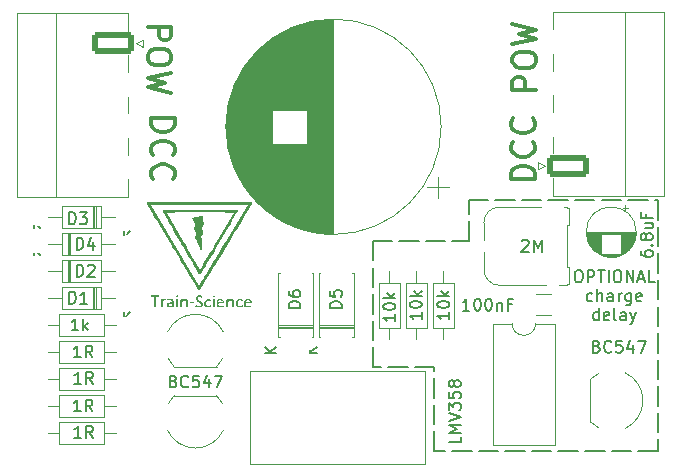
<source format=gbr>
%TF.GenerationSoftware,KiCad,Pcbnew,8.0.2*%
%TF.CreationDate,2024-12-18T13:20:37+01:00*%
%TF.ProjectId,OSSD_CDU,4f535344-5f43-4445-952e-6b696361645f,rev?*%
%TF.SameCoordinates,Original*%
%TF.FileFunction,Legend,Top*%
%TF.FilePolarity,Positive*%
%FSLAX46Y46*%
G04 Gerber Fmt 4.6, Leading zero omitted, Abs format (unit mm)*
G04 Created by KiCad (PCBNEW 8.0.2) date 2024-12-18 13:20:37*
%MOMM*%
%LPD*%
G01*
G04 APERTURE LIST*
G04 Aperture macros list*
%AMRoundRect*
0 Rectangle with rounded corners*
0 $1 Rounding radius*
0 $2 $3 $4 $5 $6 $7 $8 $9 X,Y pos of 4 corners*
0 Add a 4 corners polygon primitive as box body*
4,1,4,$2,$3,$4,$5,$6,$7,$8,$9,$2,$3,0*
0 Add four circle primitives for the rounded corners*
1,1,$1+$1,$2,$3*
1,1,$1+$1,$4,$5*
1,1,$1+$1,$6,$7*
1,1,$1+$1,$8,$9*
0 Add four rect primitives between the rounded corners*
20,1,$1+$1,$2,$3,$4,$5,0*
20,1,$1+$1,$4,$5,$6,$7,0*
20,1,$1+$1,$6,$7,$8,$9,0*
20,1,$1+$1,$8,$9,$2,$3,0*%
G04 Aperture macros list end*
%ADD10C,0.150000*%
%ADD11C,0.300000*%
%ADD12C,0.120000*%
%ADD13C,0.000000*%
%ADD14C,0.100000*%
%ADD15RoundRect,0.250000X1.550000X-0.650000X1.550000X0.650000X-1.550000X0.650000X-1.550000X-0.650000X0*%
%ADD16O,3.600000X1.800000*%
%ADD17C,1.400000*%
%ADD18O,1.400000X1.400000*%
%ADD19R,2.200000X2.200000*%
%ADD20O,2.200000X2.200000*%
%ADD21RoundRect,0.250000X-1.550000X0.650000X-1.550000X-0.650000X1.550000X-0.650000X1.550000X0.650000X0*%
%ADD22C,1.600000*%
%ADD23R,1.500000X1.500000*%
%ADD24C,1.500000*%
%ADD25C,3.200000*%
%ADD26R,1.600000X1.600000*%
%ADD27O,1.600000X1.600000*%
%ADD28O,1.500000X1.500000*%
%ADD29C,2.200000*%
%ADD30R,2.400000X2.400000*%
%ADD31C,2.400000*%
%ADD32R,1.560000X1.560000*%
%ADD33C,1.560000*%
%ADD34R,1.200000X1.200000*%
%ADD35C,1.200000*%
G04 APERTURE END LIST*
D10*
X135509000Y-156210000D02*
X135509000Y-154560000D01*
X135509000Y-153960000D02*
X135509000Y-152310000D01*
X135509000Y-151710000D02*
X135509000Y-150060000D01*
X135509000Y-149460000D02*
X135509000Y-147810000D01*
X135509000Y-147210000D02*
X135509000Y-145560000D01*
X159639000Y-142113000D02*
X159639000Y-143763000D01*
X159639000Y-144363000D02*
X159639000Y-146013000D01*
X159639000Y-146613000D02*
X159639000Y-148263000D01*
X159639000Y-148863000D02*
X159639000Y-150513000D01*
X159639000Y-151113000D02*
X159639000Y-152763000D01*
X159639000Y-153363000D02*
X159639000Y-155013000D01*
X159639000Y-155613000D02*
X159639000Y-157263000D01*
X159639000Y-157863000D02*
X159639000Y-159513000D01*
X159639000Y-160113000D02*
X159639000Y-161763000D01*
X159639000Y-162363000D02*
X159639000Y-163322000D01*
X140716000Y-163322000D02*
X140716000Y-161672000D01*
X140716000Y-161072000D02*
X140716000Y-159422000D01*
X140716000Y-158822000D02*
X140716000Y-157172000D01*
X140716000Y-156572000D02*
X140716000Y-156210000D01*
X140716000Y-156210000D02*
X139066000Y-156210000D01*
X138466000Y-156210000D02*
X136816000Y-156210000D01*
X136216000Y-156210000D02*
X135509000Y-156210000D01*
X159639000Y-163322000D02*
X157989000Y-163322000D01*
X157389000Y-163322000D02*
X155739000Y-163322000D01*
X155139000Y-163322000D02*
X153489000Y-163322000D01*
X152889000Y-163322000D02*
X151239000Y-163322000D01*
X150639000Y-163322000D02*
X148989000Y-163322000D01*
X148389000Y-163322000D02*
X146739000Y-163322000D01*
X146139000Y-163322000D02*
X144489000Y-163322000D01*
X143889000Y-163322000D02*
X142239000Y-163322000D01*
X141639000Y-163322000D02*
X140716000Y-163322000D01*
X143637000Y-145542000D02*
X143637000Y-143892000D01*
X143637000Y-143292000D02*
X143637000Y-142113000D01*
X135509000Y-145542000D02*
X137159000Y-145542000D01*
X137759000Y-145542000D02*
X139409000Y-145542000D01*
X140009000Y-145542000D02*
X141659000Y-145542000D01*
X142259000Y-145542000D02*
X143637000Y-145542000D01*
X143637000Y-142113000D02*
X145287000Y-142113000D01*
X145887000Y-142113000D02*
X147537000Y-142113000D01*
X148137000Y-142113000D02*
X149787000Y-142113000D01*
X150387000Y-142113000D02*
X152037000Y-142113000D01*
X152637000Y-142113000D02*
X154287000Y-142113000D01*
X154887000Y-142113000D02*
X156537000Y-142113000D01*
X157137000Y-142113000D02*
X158787000Y-142113000D01*
X159387000Y-142113000D02*
X159639000Y-142113000D01*
D11*
X149345638Y-132803441D02*
X147345638Y-132803441D01*
X147345638Y-132803441D02*
X147345638Y-132041536D01*
X147345638Y-132041536D02*
X147440876Y-131851060D01*
X147440876Y-131851060D02*
X147536114Y-131755822D01*
X147536114Y-131755822D02*
X147726590Y-131660584D01*
X147726590Y-131660584D02*
X148012304Y-131660584D01*
X148012304Y-131660584D02*
X148202780Y-131755822D01*
X148202780Y-131755822D02*
X148298019Y-131851060D01*
X148298019Y-131851060D02*
X148393257Y-132041536D01*
X148393257Y-132041536D02*
X148393257Y-132803441D01*
X147345638Y-130422489D02*
X147345638Y-130041536D01*
X147345638Y-130041536D02*
X147440876Y-129851060D01*
X147440876Y-129851060D02*
X147631352Y-129660584D01*
X147631352Y-129660584D02*
X148012304Y-129565346D01*
X148012304Y-129565346D02*
X148678971Y-129565346D01*
X148678971Y-129565346D02*
X149059923Y-129660584D01*
X149059923Y-129660584D02*
X149250400Y-129851060D01*
X149250400Y-129851060D02*
X149345638Y-130041536D01*
X149345638Y-130041536D02*
X149345638Y-130422489D01*
X149345638Y-130422489D02*
X149250400Y-130612965D01*
X149250400Y-130612965D02*
X149059923Y-130803441D01*
X149059923Y-130803441D02*
X148678971Y-130898679D01*
X148678971Y-130898679D02*
X148012304Y-130898679D01*
X148012304Y-130898679D02*
X147631352Y-130803441D01*
X147631352Y-130803441D02*
X147440876Y-130612965D01*
X147440876Y-130612965D02*
X147345638Y-130422489D01*
X147345638Y-128898679D02*
X149345638Y-128422489D01*
X149345638Y-128422489D02*
X147917066Y-128041536D01*
X147917066Y-128041536D02*
X149345638Y-127660584D01*
X149345638Y-127660584D02*
X147345638Y-127184394D01*
X149239638Y-140326441D02*
X147239638Y-140326441D01*
X147239638Y-140326441D02*
X147239638Y-139850251D01*
X147239638Y-139850251D02*
X147334876Y-139564536D01*
X147334876Y-139564536D02*
X147525352Y-139374060D01*
X147525352Y-139374060D02*
X147715828Y-139278822D01*
X147715828Y-139278822D02*
X148096780Y-139183584D01*
X148096780Y-139183584D02*
X148382495Y-139183584D01*
X148382495Y-139183584D02*
X148763447Y-139278822D01*
X148763447Y-139278822D02*
X148953923Y-139374060D01*
X148953923Y-139374060D02*
X149144400Y-139564536D01*
X149144400Y-139564536D02*
X149239638Y-139850251D01*
X149239638Y-139850251D02*
X149239638Y-140326441D01*
X149049161Y-137183584D02*
X149144400Y-137278822D01*
X149144400Y-137278822D02*
X149239638Y-137564536D01*
X149239638Y-137564536D02*
X149239638Y-137755012D01*
X149239638Y-137755012D02*
X149144400Y-138040727D01*
X149144400Y-138040727D02*
X148953923Y-138231203D01*
X148953923Y-138231203D02*
X148763447Y-138326441D01*
X148763447Y-138326441D02*
X148382495Y-138421679D01*
X148382495Y-138421679D02*
X148096780Y-138421679D01*
X148096780Y-138421679D02*
X147715828Y-138326441D01*
X147715828Y-138326441D02*
X147525352Y-138231203D01*
X147525352Y-138231203D02*
X147334876Y-138040727D01*
X147334876Y-138040727D02*
X147239638Y-137755012D01*
X147239638Y-137755012D02*
X147239638Y-137564536D01*
X147239638Y-137564536D02*
X147334876Y-137278822D01*
X147334876Y-137278822D02*
X147430114Y-137183584D01*
X149049161Y-135183584D02*
X149144400Y-135278822D01*
X149144400Y-135278822D02*
X149239638Y-135564536D01*
X149239638Y-135564536D02*
X149239638Y-135755012D01*
X149239638Y-135755012D02*
X149144400Y-136040727D01*
X149144400Y-136040727D02*
X148953923Y-136231203D01*
X148953923Y-136231203D02*
X148763447Y-136326441D01*
X148763447Y-136326441D02*
X148382495Y-136421679D01*
X148382495Y-136421679D02*
X148096780Y-136421679D01*
X148096780Y-136421679D02*
X147715828Y-136326441D01*
X147715828Y-136326441D02*
X147525352Y-136231203D01*
X147525352Y-136231203D02*
X147334876Y-136040727D01*
X147334876Y-136040727D02*
X147239638Y-135755012D01*
X147239638Y-135755012D02*
X147239638Y-135564536D01*
X147239638Y-135564536D02*
X147334876Y-135278822D01*
X147334876Y-135278822D02*
X147430114Y-135183584D01*
X116760361Y-135173558D02*
X118760361Y-135173558D01*
X118760361Y-135173558D02*
X118760361Y-135649748D01*
X118760361Y-135649748D02*
X118665123Y-135935463D01*
X118665123Y-135935463D02*
X118474647Y-136125939D01*
X118474647Y-136125939D02*
X118284171Y-136221177D01*
X118284171Y-136221177D02*
X117903219Y-136316415D01*
X117903219Y-136316415D02*
X117617504Y-136316415D01*
X117617504Y-136316415D02*
X117236552Y-136221177D01*
X117236552Y-136221177D02*
X117046076Y-136125939D01*
X117046076Y-136125939D02*
X116855600Y-135935463D01*
X116855600Y-135935463D02*
X116760361Y-135649748D01*
X116760361Y-135649748D02*
X116760361Y-135173558D01*
X116950838Y-138316415D02*
X116855600Y-138221177D01*
X116855600Y-138221177D02*
X116760361Y-137935463D01*
X116760361Y-137935463D02*
X116760361Y-137744987D01*
X116760361Y-137744987D02*
X116855600Y-137459272D01*
X116855600Y-137459272D02*
X117046076Y-137268796D01*
X117046076Y-137268796D02*
X117236552Y-137173558D01*
X117236552Y-137173558D02*
X117617504Y-137078320D01*
X117617504Y-137078320D02*
X117903219Y-137078320D01*
X117903219Y-137078320D02*
X118284171Y-137173558D01*
X118284171Y-137173558D02*
X118474647Y-137268796D01*
X118474647Y-137268796D02*
X118665123Y-137459272D01*
X118665123Y-137459272D02*
X118760361Y-137744987D01*
X118760361Y-137744987D02*
X118760361Y-137935463D01*
X118760361Y-137935463D02*
X118665123Y-138221177D01*
X118665123Y-138221177D02*
X118569885Y-138316415D01*
X116950838Y-140316415D02*
X116855600Y-140221177D01*
X116855600Y-140221177D02*
X116760361Y-139935463D01*
X116760361Y-139935463D02*
X116760361Y-139744987D01*
X116760361Y-139744987D02*
X116855600Y-139459272D01*
X116855600Y-139459272D02*
X117046076Y-139268796D01*
X117046076Y-139268796D02*
X117236552Y-139173558D01*
X117236552Y-139173558D02*
X117617504Y-139078320D01*
X117617504Y-139078320D02*
X117903219Y-139078320D01*
X117903219Y-139078320D02*
X118284171Y-139173558D01*
X118284171Y-139173558D02*
X118474647Y-139268796D01*
X118474647Y-139268796D02*
X118665123Y-139459272D01*
X118665123Y-139459272D02*
X118760361Y-139744987D01*
X118760361Y-139744987D02*
X118760361Y-139935463D01*
X118760361Y-139935463D02*
X118665123Y-140221177D01*
X118665123Y-140221177D02*
X118569885Y-140316415D01*
X116465361Y-127419558D02*
X118465361Y-127419558D01*
X118465361Y-127419558D02*
X118465361Y-128181463D01*
X118465361Y-128181463D02*
X118370123Y-128371939D01*
X118370123Y-128371939D02*
X118274885Y-128467177D01*
X118274885Y-128467177D02*
X118084409Y-128562415D01*
X118084409Y-128562415D02*
X117798695Y-128562415D01*
X117798695Y-128562415D02*
X117608219Y-128467177D01*
X117608219Y-128467177D02*
X117512980Y-128371939D01*
X117512980Y-128371939D02*
X117417742Y-128181463D01*
X117417742Y-128181463D02*
X117417742Y-127419558D01*
X118465361Y-129800510D02*
X118465361Y-130181463D01*
X118465361Y-130181463D02*
X118370123Y-130371939D01*
X118370123Y-130371939D02*
X118179647Y-130562415D01*
X118179647Y-130562415D02*
X117798695Y-130657653D01*
X117798695Y-130657653D02*
X117132028Y-130657653D01*
X117132028Y-130657653D02*
X116751076Y-130562415D01*
X116751076Y-130562415D02*
X116560600Y-130371939D01*
X116560600Y-130371939D02*
X116465361Y-130181463D01*
X116465361Y-130181463D02*
X116465361Y-129800510D01*
X116465361Y-129800510D02*
X116560600Y-129610034D01*
X116560600Y-129610034D02*
X116751076Y-129419558D01*
X116751076Y-129419558D02*
X117132028Y-129324320D01*
X117132028Y-129324320D02*
X117798695Y-129324320D01*
X117798695Y-129324320D02*
X118179647Y-129419558D01*
X118179647Y-129419558D02*
X118370123Y-129610034D01*
X118370123Y-129610034D02*
X118465361Y-129800510D01*
X118465361Y-131324320D02*
X116465361Y-131800510D01*
X116465361Y-131800510D02*
X117893933Y-132181463D01*
X117893933Y-132181463D02*
X116465361Y-132562415D01*
X116465361Y-132562415D02*
X118465361Y-133038606D01*
D10*
X152860762Y-148049931D02*
X153051238Y-148049931D01*
X153051238Y-148049931D02*
X153146476Y-148097550D01*
X153146476Y-148097550D02*
X153241714Y-148192788D01*
X153241714Y-148192788D02*
X153289333Y-148383264D01*
X153289333Y-148383264D02*
X153289333Y-148716597D01*
X153289333Y-148716597D02*
X153241714Y-148907073D01*
X153241714Y-148907073D02*
X153146476Y-149002312D01*
X153146476Y-149002312D02*
X153051238Y-149049931D01*
X153051238Y-149049931D02*
X152860762Y-149049931D01*
X152860762Y-149049931D02*
X152765524Y-149002312D01*
X152765524Y-149002312D02*
X152670286Y-148907073D01*
X152670286Y-148907073D02*
X152622667Y-148716597D01*
X152622667Y-148716597D02*
X152622667Y-148383264D01*
X152622667Y-148383264D02*
X152670286Y-148192788D01*
X152670286Y-148192788D02*
X152765524Y-148097550D01*
X152765524Y-148097550D02*
X152860762Y-148049931D01*
X153717905Y-149049931D02*
X153717905Y-148049931D01*
X153717905Y-148049931D02*
X154098857Y-148049931D01*
X154098857Y-148049931D02*
X154194095Y-148097550D01*
X154194095Y-148097550D02*
X154241714Y-148145169D01*
X154241714Y-148145169D02*
X154289333Y-148240407D01*
X154289333Y-148240407D02*
X154289333Y-148383264D01*
X154289333Y-148383264D02*
X154241714Y-148478502D01*
X154241714Y-148478502D02*
X154194095Y-148526121D01*
X154194095Y-148526121D02*
X154098857Y-148573740D01*
X154098857Y-148573740D02*
X153717905Y-148573740D01*
X154575048Y-148049931D02*
X155146476Y-148049931D01*
X154860762Y-149049931D02*
X154860762Y-148049931D01*
X155479810Y-149049931D02*
X155479810Y-148049931D01*
X156146476Y-148049931D02*
X156336952Y-148049931D01*
X156336952Y-148049931D02*
X156432190Y-148097550D01*
X156432190Y-148097550D02*
X156527428Y-148192788D01*
X156527428Y-148192788D02*
X156575047Y-148383264D01*
X156575047Y-148383264D02*
X156575047Y-148716597D01*
X156575047Y-148716597D02*
X156527428Y-148907073D01*
X156527428Y-148907073D02*
X156432190Y-149002312D01*
X156432190Y-149002312D02*
X156336952Y-149049931D01*
X156336952Y-149049931D02*
X156146476Y-149049931D01*
X156146476Y-149049931D02*
X156051238Y-149002312D01*
X156051238Y-149002312D02*
X155956000Y-148907073D01*
X155956000Y-148907073D02*
X155908381Y-148716597D01*
X155908381Y-148716597D02*
X155908381Y-148383264D01*
X155908381Y-148383264D02*
X155956000Y-148192788D01*
X155956000Y-148192788D02*
X156051238Y-148097550D01*
X156051238Y-148097550D02*
X156146476Y-148049931D01*
X157003619Y-149049931D02*
X157003619Y-148049931D01*
X157003619Y-148049931D02*
X157575047Y-149049931D01*
X157575047Y-149049931D02*
X157575047Y-148049931D01*
X158003619Y-148764216D02*
X158479809Y-148764216D01*
X157908381Y-149049931D02*
X158241714Y-148049931D01*
X158241714Y-148049931D02*
X158575047Y-149049931D01*
X159384571Y-149049931D02*
X158908381Y-149049931D01*
X158908381Y-149049931D02*
X158908381Y-148049931D01*
X154098856Y-150612256D02*
X154003618Y-150659875D01*
X154003618Y-150659875D02*
X153813142Y-150659875D01*
X153813142Y-150659875D02*
X153717904Y-150612256D01*
X153717904Y-150612256D02*
X153670285Y-150564636D01*
X153670285Y-150564636D02*
X153622666Y-150469398D01*
X153622666Y-150469398D02*
X153622666Y-150183684D01*
X153622666Y-150183684D02*
X153670285Y-150088446D01*
X153670285Y-150088446D02*
X153717904Y-150040827D01*
X153717904Y-150040827D02*
X153813142Y-149993208D01*
X153813142Y-149993208D02*
X154003618Y-149993208D01*
X154003618Y-149993208D02*
X154098856Y-150040827D01*
X154527428Y-150659875D02*
X154527428Y-149659875D01*
X154955999Y-150659875D02*
X154955999Y-150136065D01*
X154955999Y-150136065D02*
X154908380Y-150040827D01*
X154908380Y-150040827D02*
X154813142Y-149993208D01*
X154813142Y-149993208D02*
X154670285Y-149993208D01*
X154670285Y-149993208D02*
X154575047Y-150040827D01*
X154575047Y-150040827D02*
X154527428Y-150088446D01*
X155860761Y-150659875D02*
X155860761Y-150136065D01*
X155860761Y-150136065D02*
X155813142Y-150040827D01*
X155813142Y-150040827D02*
X155717904Y-149993208D01*
X155717904Y-149993208D02*
X155527428Y-149993208D01*
X155527428Y-149993208D02*
X155432190Y-150040827D01*
X155860761Y-150612256D02*
X155765523Y-150659875D01*
X155765523Y-150659875D02*
X155527428Y-150659875D01*
X155527428Y-150659875D02*
X155432190Y-150612256D01*
X155432190Y-150612256D02*
X155384571Y-150517017D01*
X155384571Y-150517017D02*
X155384571Y-150421779D01*
X155384571Y-150421779D02*
X155432190Y-150326541D01*
X155432190Y-150326541D02*
X155527428Y-150278922D01*
X155527428Y-150278922D02*
X155765523Y-150278922D01*
X155765523Y-150278922D02*
X155860761Y-150231303D01*
X156336952Y-150659875D02*
X156336952Y-149993208D01*
X156336952Y-150183684D02*
X156384571Y-150088446D01*
X156384571Y-150088446D02*
X156432190Y-150040827D01*
X156432190Y-150040827D02*
X156527428Y-149993208D01*
X156527428Y-149993208D02*
X156622666Y-149993208D01*
X157384571Y-149993208D02*
X157384571Y-150802732D01*
X157384571Y-150802732D02*
X157336952Y-150897970D01*
X157336952Y-150897970D02*
X157289333Y-150945589D01*
X157289333Y-150945589D02*
X157194095Y-150993208D01*
X157194095Y-150993208D02*
X157051238Y-150993208D01*
X157051238Y-150993208D02*
X156956000Y-150945589D01*
X157384571Y-150612256D02*
X157289333Y-150659875D01*
X157289333Y-150659875D02*
X157098857Y-150659875D01*
X157098857Y-150659875D02*
X157003619Y-150612256D01*
X157003619Y-150612256D02*
X156956000Y-150564636D01*
X156956000Y-150564636D02*
X156908381Y-150469398D01*
X156908381Y-150469398D02*
X156908381Y-150183684D01*
X156908381Y-150183684D02*
X156956000Y-150088446D01*
X156956000Y-150088446D02*
X157003619Y-150040827D01*
X157003619Y-150040827D02*
X157098857Y-149993208D01*
X157098857Y-149993208D02*
X157289333Y-149993208D01*
X157289333Y-149993208D02*
X157384571Y-150040827D01*
X158241714Y-150612256D02*
X158146476Y-150659875D01*
X158146476Y-150659875D02*
X157956000Y-150659875D01*
X157956000Y-150659875D02*
X157860762Y-150612256D01*
X157860762Y-150612256D02*
X157813143Y-150517017D01*
X157813143Y-150517017D02*
X157813143Y-150136065D01*
X157813143Y-150136065D02*
X157860762Y-150040827D01*
X157860762Y-150040827D02*
X157956000Y-149993208D01*
X157956000Y-149993208D02*
X158146476Y-149993208D01*
X158146476Y-149993208D02*
X158241714Y-150040827D01*
X158241714Y-150040827D02*
X158289333Y-150136065D01*
X158289333Y-150136065D02*
X158289333Y-150231303D01*
X158289333Y-150231303D02*
X157813143Y-150326541D01*
X154646475Y-152269819D02*
X154646475Y-151269819D01*
X154646475Y-152222200D02*
X154551237Y-152269819D01*
X154551237Y-152269819D02*
X154360761Y-152269819D01*
X154360761Y-152269819D02*
X154265523Y-152222200D01*
X154265523Y-152222200D02*
X154217904Y-152174580D01*
X154217904Y-152174580D02*
X154170285Y-152079342D01*
X154170285Y-152079342D02*
X154170285Y-151793628D01*
X154170285Y-151793628D02*
X154217904Y-151698390D01*
X154217904Y-151698390D02*
X154265523Y-151650771D01*
X154265523Y-151650771D02*
X154360761Y-151603152D01*
X154360761Y-151603152D02*
X154551237Y-151603152D01*
X154551237Y-151603152D02*
X154646475Y-151650771D01*
X155503618Y-152222200D02*
X155408380Y-152269819D01*
X155408380Y-152269819D02*
X155217904Y-152269819D01*
X155217904Y-152269819D02*
X155122666Y-152222200D01*
X155122666Y-152222200D02*
X155075047Y-152126961D01*
X155075047Y-152126961D02*
X155075047Y-151746009D01*
X155075047Y-151746009D02*
X155122666Y-151650771D01*
X155122666Y-151650771D02*
X155217904Y-151603152D01*
X155217904Y-151603152D02*
X155408380Y-151603152D01*
X155408380Y-151603152D02*
X155503618Y-151650771D01*
X155503618Y-151650771D02*
X155551237Y-151746009D01*
X155551237Y-151746009D02*
X155551237Y-151841247D01*
X155551237Y-151841247D02*
X155075047Y-151936485D01*
X156122666Y-152269819D02*
X156027428Y-152222200D01*
X156027428Y-152222200D02*
X155979809Y-152126961D01*
X155979809Y-152126961D02*
X155979809Y-151269819D01*
X156932190Y-152269819D02*
X156932190Y-151746009D01*
X156932190Y-151746009D02*
X156884571Y-151650771D01*
X156884571Y-151650771D02*
X156789333Y-151603152D01*
X156789333Y-151603152D02*
X156598857Y-151603152D01*
X156598857Y-151603152D02*
X156503619Y-151650771D01*
X156932190Y-152222200D02*
X156836952Y-152269819D01*
X156836952Y-152269819D02*
X156598857Y-152269819D01*
X156598857Y-152269819D02*
X156503619Y-152222200D01*
X156503619Y-152222200D02*
X156456000Y-152126961D01*
X156456000Y-152126961D02*
X156456000Y-152031723D01*
X156456000Y-152031723D02*
X156503619Y-151936485D01*
X156503619Y-151936485D02*
X156598857Y-151888866D01*
X156598857Y-151888866D02*
X156836952Y-151888866D01*
X156836952Y-151888866D02*
X156932190Y-151841247D01*
X157313143Y-151603152D02*
X157551238Y-152269819D01*
X157789333Y-151603152D02*
X157551238Y-152269819D01*
X157551238Y-152269819D02*
X157456000Y-152507914D01*
X157456000Y-152507914D02*
X157408381Y-152555533D01*
X157408381Y-152555533D02*
X157313143Y-152603152D01*
X110783714Y-159998819D02*
X110212286Y-159998819D01*
X110498000Y-159998819D02*
X110498000Y-158998819D01*
X110498000Y-158998819D02*
X110402762Y-159141676D01*
X110402762Y-159141676D02*
X110307524Y-159236914D01*
X110307524Y-159236914D02*
X110212286Y-159284533D01*
X111783714Y-159998819D02*
X111450381Y-159522628D01*
X111212286Y-159998819D02*
X111212286Y-158998819D01*
X111212286Y-158998819D02*
X111593238Y-158998819D01*
X111593238Y-158998819D02*
X111688476Y-159046438D01*
X111688476Y-159046438D02*
X111736095Y-159094057D01*
X111736095Y-159094057D02*
X111783714Y-159189295D01*
X111783714Y-159189295D02*
X111783714Y-159332152D01*
X111783714Y-159332152D02*
X111736095Y-159427390D01*
X111736095Y-159427390D02*
X111688476Y-159475009D01*
X111688476Y-159475009D02*
X111593238Y-159522628D01*
X111593238Y-159522628D02*
X111212286Y-159522628D01*
X132883819Y-151238094D02*
X131883819Y-151238094D01*
X131883819Y-151238094D02*
X131883819Y-150999999D01*
X131883819Y-150999999D02*
X131931438Y-150857142D01*
X131931438Y-150857142D02*
X132026676Y-150761904D01*
X132026676Y-150761904D02*
X132121914Y-150714285D01*
X132121914Y-150714285D02*
X132312390Y-150666666D01*
X132312390Y-150666666D02*
X132455247Y-150666666D01*
X132455247Y-150666666D02*
X132645723Y-150714285D01*
X132645723Y-150714285D02*
X132740961Y-150761904D01*
X132740961Y-150761904D02*
X132836200Y-150857142D01*
X132836200Y-150857142D02*
X132883819Y-150999999D01*
X132883819Y-150999999D02*
X132883819Y-151238094D01*
X131883819Y-149761904D02*
X131883819Y-150238094D01*
X131883819Y-150238094D02*
X132360009Y-150285713D01*
X132360009Y-150285713D02*
X132312390Y-150238094D01*
X132312390Y-150238094D02*
X132264771Y-150142856D01*
X132264771Y-150142856D02*
X132264771Y-149904761D01*
X132264771Y-149904761D02*
X132312390Y-149809523D01*
X132312390Y-149809523D02*
X132360009Y-149761904D01*
X132360009Y-149761904D02*
X132455247Y-149714285D01*
X132455247Y-149714285D02*
X132693342Y-149714285D01*
X132693342Y-149714285D02*
X132788580Y-149761904D01*
X132788580Y-149761904D02*
X132836200Y-149809523D01*
X132836200Y-149809523D02*
X132883819Y-149904761D01*
X132883819Y-149904761D02*
X132883819Y-150142856D01*
X132883819Y-150142856D02*
X132836200Y-150238094D01*
X132836200Y-150238094D02*
X132788580Y-150285713D01*
X130783819Y-155071904D02*
X129783819Y-155071904D01*
X130783819Y-154500476D02*
X130212390Y-154929047D01*
X129783819Y-154500476D02*
X130355247Y-155071904D01*
X137414819Y-151761238D02*
X137414819Y-152332666D01*
X137414819Y-152046952D02*
X136414819Y-152046952D01*
X136414819Y-152046952D02*
X136557676Y-152142190D01*
X136557676Y-152142190D02*
X136652914Y-152237428D01*
X136652914Y-152237428D02*
X136700533Y-152332666D01*
X136414819Y-151142190D02*
X136414819Y-151046952D01*
X136414819Y-151046952D02*
X136462438Y-150951714D01*
X136462438Y-150951714D02*
X136510057Y-150904095D01*
X136510057Y-150904095D02*
X136605295Y-150856476D01*
X136605295Y-150856476D02*
X136795771Y-150808857D01*
X136795771Y-150808857D02*
X137033866Y-150808857D01*
X137033866Y-150808857D02*
X137224342Y-150856476D01*
X137224342Y-150856476D02*
X137319580Y-150904095D01*
X137319580Y-150904095D02*
X137367200Y-150951714D01*
X137367200Y-150951714D02*
X137414819Y-151046952D01*
X137414819Y-151046952D02*
X137414819Y-151142190D01*
X137414819Y-151142190D02*
X137367200Y-151237428D01*
X137367200Y-151237428D02*
X137319580Y-151285047D01*
X137319580Y-151285047D02*
X137224342Y-151332666D01*
X137224342Y-151332666D02*
X137033866Y-151380285D01*
X137033866Y-151380285D02*
X136795771Y-151380285D01*
X136795771Y-151380285D02*
X136605295Y-151332666D01*
X136605295Y-151332666D02*
X136510057Y-151285047D01*
X136510057Y-151285047D02*
X136462438Y-151237428D01*
X136462438Y-151237428D02*
X136414819Y-151142190D01*
X137414819Y-150380285D02*
X136414819Y-150380285D01*
X137033866Y-150285047D02*
X137414819Y-149999333D01*
X136748152Y-149999333D02*
X137129104Y-150380285D01*
X143705979Y-151454819D02*
X143134551Y-151454819D01*
X143420265Y-151454819D02*
X143420265Y-150454819D01*
X143420265Y-150454819D02*
X143325027Y-150597676D01*
X143325027Y-150597676D02*
X143229789Y-150692914D01*
X143229789Y-150692914D02*
X143134551Y-150740533D01*
X144325027Y-150454819D02*
X144420265Y-150454819D01*
X144420265Y-150454819D02*
X144515503Y-150502438D01*
X144515503Y-150502438D02*
X144563122Y-150550057D01*
X144563122Y-150550057D02*
X144610741Y-150645295D01*
X144610741Y-150645295D02*
X144658360Y-150835771D01*
X144658360Y-150835771D02*
X144658360Y-151073866D01*
X144658360Y-151073866D02*
X144610741Y-151264342D01*
X144610741Y-151264342D02*
X144563122Y-151359580D01*
X144563122Y-151359580D02*
X144515503Y-151407200D01*
X144515503Y-151407200D02*
X144420265Y-151454819D01*
X144420265Y-151454819D02*
X144325027Y-151454819D01*
X144325027Y-151454819D02*
X144229789Y-151407200D01*
X144229789Y-151407200D02*
X144182170Y-151359580D01*
X144182170Y-151359580D02*
X144134551Y-151264342D01*
X144134551Y-151264342D02*
X144086932Y-151073866D01*
X144086932Y-151073866D02*
X144086932Y-150835771D01*
X144086932Y-150835771D02*
X144134551Y-150645295D01*
X144134551Y-150645295D02*
X144182170Y-150550057D01*
X144182170Y-150550057D02*
X144229789Y-150502438D01*
X144229789Y-150502438D02*
X144325027Y-150454819D01*
X145277408Y-150454819D02*
X145372646Y-150454819D01*
X145372646Y-150454819D02*
X145467884Y-150502438D01*
X145467884Y-150502438D02*
X145515503Y-150550057D01*
X145515503Y-150550057D02*
X145563122Y-150645295D01*
X145563122Y-150645295D02*
X145610741Y-150835771D01*
X145610741Y-150835771D02*
X145610741Y-151073866D01*
X145610741Y-151073866D02*
X145563122Y-151264342D01*
X145563122Y-151264342D02*
X145515503Y-151359580D01*
X145515503Y-151359580D02*
X145467884Y-151407200D01*
X145467884Y-151407200D02*
X145372646Y-151454819D01*
X145372646Y-151454819D02*
X145277408Y-151454819D01*
X145277408Y-151454819D02*
X145182170Y-151407200D01*
X145182170Y-151407200D02*
X145134551Y-151359580D01*
X145134551Y-151359580D02*
X145086932Y-151264342D01*
X145086932Y-151264342D02*
X145039313Y-151073866D01*
X145039313Y-151073866D02*
X145039313Y-150835771D01*
X145039313Y-150835771D02*
X145086932Y-150645295D01*
X145086932Y-150645295D02*
X145134551Y-150550057D01*
X145134551Y-150550057D02*
X145182170Y-150502438D01*
X145182170Y-150502438D02*
X145277408Y-150454819D01*
X146039313Y-150788152D02*
X146039313Y-151454819D01*
X146039313Y-150883390D02*
X146086932Y-150835771D01*
X146086932Y-150835771D02*
X146182170Y-150788152D01*
X146182170Y-150788152D02*
X146325027Y-150788152D01*
X146325027Y-150788152D02*
X146420265Y-150835771D01*
X146420265Y-150835771D02*
X146467884Y-150931009D01*
X146467884Y-150931009D02*
X146467884Y-151454819D01*
X147277408Y-150931009D02*
X146944075Y-150931009D01*
X146944075Y-151454819D02*
X146944075Y-150454819D01*
X146944075Y-150454819D02*
X147420265Y-150454819D01*
X139646819Y-151598238D02*
X139646819Y-152169666D01*
X139646819Y-151883952D02*
X138646819Y-151883952D01*
X138646819Y-151883952D02*
X138789676Y-151979190D01*
X138789676Y-151979190D02*
X138884914Y-152074428D01*
X138884914Y-152074428D02*
X138932533Y-152169666D01*
X138646819Y-150979190D02*
X138646819Y-150883952D01*
X138646819Y-150883952D02*
X138694438Y-150788714D01*
X138694438Y-150788714D02*
X138742057Y-150741095D01*
X138742057Y-150741095D02*
X138837295Y-150693476D01*
X138837295Y-150693476D02*
X139027771Y-150645857D01*
X139027771Y-150645857D02*
X139265866Y-150645857D01*
X139265866Y-150645857D02*
X139456342Y-150693476D01*
X139456342Y-150693476D02*
X139551580Y-150741095D01*
X139551580Y-150741095D02*
X139599200Y-150788714D01*
X139599200Y-150788714D02*
X139646819Y-150883952D01*
X139646819Y-150883952D02*
X139646819Y-150979190D01*
X139646819Y-150979190D02*
X139599200Y-151074428D01*
X139599200Y-151074428D02*
X139551580Y-151122047D01*
X139551580Y-151122047D02*
X139456342Y-151169666D01*
X139456342Y-151169666D02*
X139265866Y-151217285D01*
X139265866Y-151217285D02*
X139027771Y-151217285D01*
X139027771Y-151217285D02*
X138837295Y-151169666D01*
X138837295Y-151169666D02*
X138742057Y-151122047D01*
X138742057Y-151122047D02*
X138694438Y-151074428D01*
X138694438Y-151074428D02*
X138646819Y-150979190D01*
X139646819Y-150217285D02*
X138646819Y-150217285D01*
X139265866Y-150122047D02*
X139646819Y-149836333D01*
X138980152Y-149836333D02*
X139361104Y-150217285D01*
X110822714Y-162220819D02*
X110251286Y-162220819D01*
X110537000Y-162220819D02*
X110537000Y-161220819D01*
X110537000Y-161220819D02*
X110441762Y-161363676D01*
X110441762Y-161363676D02*
X110346524Y-161458914D01*
X110346524Y-161458914D02*
X110251286Y-161506533D01*
X111822714Y-162220819D02*
X111489381Y-161744628D01*
X111251286Y-162220819D02*
X111251286Y-161220819D01*
X111251286Y-161220819D02*
X111632238Y-161220819D01*
X111632238Y-161220819D02*
X111727476Y-161268438D01*
X111727476Y-161268438D02*
X111775095Y-161316057D01*
X111775095Y-161316057D02*
X111822714Y-161411295D01*
X111822714Y-161411295D02*
X111822714Y-161554152D01*
X111822714Y-161554152D02*
X111775095Y-161649390D01*
X111775095Y-161649390D02*
X111727476Y-161697009D01*
X111727476Y-161697009D02*
X111632238Y-161744628D01*
X111632238Y-161744628D02*
X111251286Y-161744628D01*
X154479857Y-154490009D02*
X154622714Y-154537628D01*
X154622714Y-154537628D02*
X154670333Y-154585247D01*
X154670333Y-154585247D02*
X154717952Y-154680485D01*
X154717952Y-154680485D02*
X154717952Y-154823342D01*
X154717952Y-154823342D02*
X154670333Y-154918580D01*
X154670333Y-154918580D02*
X154622714Y-154966200D01*
X154622714Y-154966200D02*
X154527476Y-155013819D01*
X154527476Y-155013819D02*
X154146524Y-155013819D01*
X154146524Y-155013819D02*
X154146524Y-154013819D01*
X154146524Y-154013819D02*
X154479857Y-154013819D01*
X154479857Y-154013819D02*
X154575095Y-154061438D01*
X154575095Y-154061438D02*
X154622714Y-154109057D01*
X154622714Y-154109057D02*
X154670333Y-154204295D01*
X154670333Y-154204295D02*
X154670333Y-154299533D01*
X154670333Y-154299533D02*
X154622714Y-154394771D01*
X154622714Y-154394771D02*
X154575095Y-154442390D01*
X154575095Y-154442390D02*
X154479857Y-154490009D01*
X154479857Y-154490009D02*
X154146524Y-154490009D01*
X155717952Y-154918580D02*
X155670333Y-154966200D01*
X155670333Y-154966200D02*
X155527476Y-155013819D01*
X155527476Y-155013819D02*
X155432238Y-155013819D01*
X155432238Y-155013819D02*
X155289381Y-154966200D01*
X155289381Y-154966200D02*
X155194143Y-154870961D01*
X155194143Y-154870961D02*
X155146524Y-154775723D01*
X155146524Y-154775723D02*
X155098905Y-154585247D01*
X155098905Y-154585247D02*
X155098905Y-154442390D01*
X155098905Y-154442390D02*
X155146524Y-154251914D01*
X155146524Y-154251914D02*
X155194143Y-154156676D01*
X155194143Y-154156676D02*
X155289381Y-154061438D01*
X155289381Y-154061438D02*
X155432238Y-154013819D01*
X155432238Y-154013819D02*
X155527476Y-154013819D01*
X155527476Y-154013819D02*
X155670333Y-154061438D01*
X155670333Y-154061438D02*
X155717952Y-154109057D01*
X156622714Y-154013819D02*
X156146524Y-154013819D01*
X156146524Y-154013819D02*
X156098905Y-154490009D01*
X156098905Y-154490009D02*
X156146524Y-154442390D01*
X156146524Y-154442390D02*
X156241762Y-154394771D01*
X156241762Y-154394771D02*
X156479857Y-154394771D01*
X156479857Y-154394771D02*
X156575095Y-154442390D01*
X156575095Y-154442390D02*
X156622714Y-154490009D01*
X156622714Y-154490009D02*
X156670333Y-154585247D01*
X156670333Y-154585247D02*
X156670333Y-154823342D01*
X156670333Y-154823342D02*
X156622714Y-154918580D01*
X156622714Y-154918580D02*
X156575095Y-154966200D01*
X156575095Y-154966200D02*
X156479857Y-155013819D01*
X156479857Y-155013819D02*
X156241762Y-155013819D01*
X156241762Y-155013819D02*
X156146524Y-154966200D01*
X156146524Y-154966200D02*
X156098905Y-154918580D01*
X157527476Y-154347152D02*
X157527476Y-155013819D01*
X157289381Y-153966200D02*
X157051286Y-154680485D01*
X157051286Y-154680485D02*
X157670333Y-154680485D01*
X157956048Y-154013819D02*
X158622714Y-154013819D01*
X158622714Y-154013819D02*
X158194143Y-155013819D01*
X110585952Y-153140819D02*
X110014524Y-153140819D01*
X110300238Y-153140819D02*
X110300238Y-152140819D01*
X110300238Y-152140819D02*
X110205000Y-152283676D01*
X110205000Y-152283676D02*
X110109762Y-152378914D01*
X110109762Y-152378914D02*
X110014524Y-152426533D01*
X111014524Y-153140819D02*
X111014524Y-152140819D01*
X111109762Y-152759866D02*
X111395476Y-153140819D01*
X111395476Y-152474152D02*
X111014524Y-152855104D01*
X142954819Y-162119047D02*
X142954819Y-162595237D01*
X142954819Y-162595237D02*
X141954819Y-162595237D01*
X142954819Y-161785713D02*
X141954819Y-161785713D01*
X141954819Y-161785713D02*
X142669104Y-161452380D01*
X142669104Y-161452380D02*
X141954819Y-161119047D01*
X141954819Y-161119047D02*
X142954819Y-161119047D01*
X141954819Y-160785713D02*
X142954819Y-160452380D01*
X142954819Y-160452380D02*
X141954819Y-160119047D01*
X141954819Y-159880951D02*
X141954819Y-159261904D01*
X141954819Y-159261904D02*
X142335771Y-159595237D01*
X142335771Y-159595237D02*
X142335771Y-159452380D01*
X142335771Y-159452380D02*
X142383390Y-159357142D01*
X142383390Y-159357142D02*
X142431009Y-159309523D01*
X142431009Y-159309523D02*
X142526247Y-159261904D01*
X142526247Y-159261904D02*
X142764342Y-159261904D01*
X142764342Y-159261904D02*
X142859580Y-159309523D01*
X142859580Y-159309523D02*
X142907200Y-159357142D01*
X142907200Y-159357142D02*
X142954819Y-159452380D01*
X142954819Y-159452380D02*
X142954819Y-159738094D01*
X142954819Y-159738094D02*
X142907200Y-159833332D01*
X142907200Y-159833332D02*
X142859580Y-159880951D01*
X141954819Y-158357142D02*
X141954819Y-158833332D01*
X141954819Y-158833332D02*
X142431009Y-158880951D01*
X142431009Y-158880951D02*
X142383390Y-158833332D01*
X142383390Y-158833332D02*
X142335771Y-158738094D01*
X142335771Y-158738094D02*
X142335771Y-158499999D01*
X142335771Y-158499999D02*
X142383390Y-158404761D01*
X142383390Y-158404761D02*
X142431009Y-158357142D01*
X142431009Y-158357142D02*
X142526247Y-158309523D01*
X142526247Y-158309523D02*
X142764342Y-158309523D01*
X142764342Y-158309523D02*
X142859580Y-158357142D01*
X142859580Y-158357142D02*
X142907200Y-158404761D01*
X142907200Y-158404761D02*
X142954819Y-158499999D01*
X142954819Y-158499999D02*
X142954819Y-158738094D01*
X142954819Y-158738094D02*
X142907200Y-158833332D01*
X142907200Y-158833332D02*
X142859580Y-158880951D01*
X142383390Y-157738094D02*
X142335771Y-157833332D01*
X142335771Y-157833332D02*
X142288152Y-157880951D01*
X142288152Y-157880951D02*
X142192914Y-157928570D01*
X142192914Y-157928570D02*
X142145295Y-157928570D01*
X142145295Y-157928570D02*
X142050057Y-157880951D01*
X142050057Y-157880951D02*
X142002438Y-157833332D01*
X142002438Y-157833332D02*
X141954819Y-157738094D01*
X141954819Y-157738094D02*
X141954819Y-157547618D01*
X141954819Y-157547618D02*
X142002438Y-157452380D01*
X142002438Y-157452380D02*
X142050057Y-157404761D01*
X142050057Y-157404761D02*
X142145295Y-157357142D01*
X142145295Y-157357142D02*
X142192914Y-157357142D01*
X142192914Y-157357142D02*
X142288152Y-157404761D01*
X142288152Y-157404761D02*
X142335771Y-157452380D01*
X142335771Y-157452380D02*
X142383390Y-157547618D01*
X142383390Y-157547618D02*
X142383390Y-157738094D01*
X142383390Y-157738094D02*
X142431009Y-157833332D01*
X142431009Y-157833332D02*
X142478628Y-157880951D01*
X142478628Y-157880951D02*
X142573866Y-157928570D01*
X142573866Y-157928570D02*
X142764342Y-157928570D01*
X142764342Y-157928570D02*
X142859580Y-157880951D01*
X142859580Y-157880951D02*
X142907200Y-157833332D01*
X142907200Y-157833332D02*
X142954819Y-157738094D01*
X142954819Y-157738094D02*
X142954819Y-157547618D01*
X142954819Y-157547618D02*
X142907200Y-157452380D01*
X142907200Y-157452380D02*
X142859580Y-157404761D01*
X142859580Y-157404761D02*
X142764342Y-157357142D01*
X142764342Y-157357142D02*
X142573866Y-157357142D01*
X142573866Y-157357142D02*
X142478628Y-157404761D01*
X142478628Y-157404761D02*
X142431009Y-157452380D01*
X142431009Y-157452380D02*
X142383390Y-157547618D01*
X118642857Y-157431009D02*
X118785714Y-157478628D01*
X118785714Y-157478628D02*
X118833333Y-157526247D01*
X118833333Y-157526247D02*
X118880952Y-157621485D01*
X118880952Y-157621485D02*
X118880952Y-157764342D01*
X118880952Y-157764342D02*
X118833333Y-157859580D01*
X118833333Y-157859580D02*
X118785714Y-157907200D01*
X118785714Y-157907200D02*
X118690476Y-157954819D01*
X118690476Y-157954819D02*
X118309524Y-157954819D01*
X118309524Y-157954819D02*
X118309524Y-156954819D01*
X118309524Y-156954819D02*
X118642857Y-156954819D01*
X118642857Y-156954819D02*
X118738095Y-157002438D01*
X118738095Y-157002438D02*
X118785714Y-157050057D01*
X118785714Y-157050057D02*
X118833333Y-157145295D01*
X118833333Y-157145295D02*
X118833333Y-157240533D01*
X118833333Y-157240533D02*
X118785714Y-157335771D01*
X118785714Y-157335771D02*
X118738095Y-157383390D01*
X118738095Y-157383390D02*
X118642857Y-157431009D01*
X118642857Y-157431009D02*
X118309524Y-157431009D01*
X119880952Y-157859580D02*
X119833333Y-157907200D01*
X119833333Y-157907200D02*
X119690476Y-157954819D01*
X119690476Y-157954819D02*
X119595238Y-157954819D01*
X119595238Y-157954819D02*
X119452381Y-157907200D01*
X119452381Y-157907200D02*
X119357143Y-157811961D01*
X119357143Y-157811961D02*
X119309524Y-157716723D01*
X119309524Y-157716723D02*
X119261905Y-157526247D01*
X119261905Y-157526247D02*
X119261905Y-157383390D01*
X119261905Y-157383390D02*
X119309524Y-157192914D01*
X119309524Y-157192914D02*
X119357143Y-157097676D01*
X119357143Y-157097676D02*
X119452381Y-157002438D01*
X119452381Y-157002438D02*
X119595238Y-156954819D01*
X119595238Y-156954819D02*
X119690476Y-156954819D01*
X119690476Y-156954819D02*
X119833333Y-157002438D01*
X119833333Y-157002438D02*
X119880952Y-157050057D01*
X120785714Y-156954819D02*
X120309524Y-156954819D01*
X120309524Y-156954819D02*
X120261905Y-157431009D01*
X120261905Y-157431009D02*
X120309524Y-157383390D01*
X120309524Y-157383390D02*
X120404762Y-157335771D01*
X120404762Y-157335771D02*
X120642857Y-157335771D01*
X120642857Y-157335771D02*
X120738095Y-157383390D01*
X120738095Y-157383390D02*
X120785714Y-157431009D01*
X120785714Y-157431009D02*
X120833333Y-157526247D01*
X120833333Y-157526247D02*
X120833333Y-157764342D01*
X120833333Y-157764342D02*
X120785714Y-157859580D01*
X120785714Y-157859580D02*
X120738095Y-157907200D01*
X120738095Y-157907200D02*
X120642857Y-157954819D01*
X120642857Y-157954819D02*
X120404762Y-157954819D01*
X120404762Y-157954819D02*
X120309524Y-157907200D01*
X120309524Y-157907200D02*
X120261905Y-157859580D01*
X121690476Y-157288152D02*
X121690476Y-157954819D01*
X121452381Y-156907200D02*
X121214286Y-157621485D01*
X121214286Y-157621485D02*
X121833333Y-157621485D01*
X122119048Y-156954819D02*
X122785714Y-156954819D01*
X122785714Y-156954819D02*
X122357143Y-157954819D01*
X109803905Y-150864819D02*
X109803905Y-149864819D01*
X109803905Y-149864819D02*
X110042000Y-149864819D01*
X110042000Y-149864819D02*
X110184857Y-149912438D01*
X110184857Y-149912438D02*
X110280095Y-150007676D01*
X110280095Y-150007676D02*
X110327714Y-150102914D01*
X110327714Y-150102914D02*
X110375333Y-150293390D01*
X110375333Y-150293390D02*
X110375333Y-150436247D01*
X110375333Y-150436247D02*
X110327714Y-150626723D01*
X110327714Y-150626723D02*
X110280095Y-150721961D01*
X110280095Y-150721961D02*
X110184857Y-150817200D01*
X110184857Y-150817200D02*
X110042000Y-150864819D01*
X110042000Y-150864819D02*
X109803905Y-150864819D01*
X111327714Y-150864819D02*
X110756286Y-150864819D01*
X111042000Y-150864819D02*
X111042000Y-149864819D01*
X111042000Y-149864819D02*
X110946762Y-150007676D01*
X110946762Y-150007676D02*
X110851524Y-150102914D01*
X110851524Y-150102914D02*
X110756286Y-150150533D01*
X114424095Y-152572819D02*
X114424095Y-151572819D01*
X114995523Y-152572819D02*
X114566952Y-152001390D01*
X114995523Y-151572819D02*
X114424095Y-152144247D01*
X110822714Y-157648819D02*
X110251286Y-157648819D01*
X110537000Y-157648819D02*
X110537000Y-156648819D01*
X110537000Y-156648819D02*
X110441762Y-156791676D01*
X110441762Y-156791676D02*
X110346524Y-156886914D01*
X110346524Y-156886914D02*
X110251286Y-156934533D01*
X111822714Y-157648819D02*
X111489381Y-157172628D01*
X111251286Y-157648819D02*
X111251286Y-156648819D01*
X111251286Y-156648819D02*
X111632238Y-156648819D01*
X111632238Y-156648819D02*
X111727476Y-156696438D01*
X111727476Y-156696438D02*
X111775095Y-156744057D01*
X111775095Y-156744057D02*
X111822714Y-156839295D01*
X111822714Y-156839295D02*
X111822714Y-156982152D01*
X111822714Y-156982152D02*
X111775095Y-157077390D01*
X111775095Y-157077390D02*
X111727476Y-157125009D01*
X111727476Y-157125009D02*
X111632238Y-157172628D01*
X111632238Y-157172628D02*
X111251286Y-157172628D01*
X129383819Y-151238094D02*
X128383819Y-151238094D01*
X128383819Y-151238094D02*
X128383819Y-150999999D01*
X128383819Y-150999999D02*
X128431438Y-150857142D01*
X128431438Y-150857142D02*
X128526676Y-150761904D01*
X128526676Y-150761904D02*
X128621914Y-150714285D01*
X128621914Y-150714285D02*
X128812390Y-150666666D01*
X128812390Y-150666666D02*
X128955247Y-150666666D01*
X128955247Y-150666666D02*
X129145723Y-150714285D01*
X129145723Y-150714285D02*
X129240961Y-150761904D01*
X129240961Y-150761904D02*
X129336200Y-150857142D01*
X129336200Y-150857142D02*
X129383819Y-150999999D01*
X129383819Y-150999999D02*
X129383819Y-151238094D01*
X128383819Y-149809523D02*
X128383819Y-149999999D01*
X128383819Y-149999999D02*
X128431438Y-150095237D01*
X128431438Y-150095237D02*
X128479057Y-150142856D01*
X128479057Y-150142856D02*
X128621914Y-150238094D01*
X128621914Y-150238094D02*
X128812390Y-150285713D01*
X128812390Y-150285713D02*
X129193342Y-150285713D01*
X129193342Y-150285713D02*
X129288580Y-150238094D01*
X129288580Y-150238094D02*
X129336200Y-150190475D01*
X129336200Y-150190475D02*
X129383819Y-150095237D01*
X129383819Y-150095237D02*
X129383819Y-149904761D01*
X129383819Y-149904761D02*
X129336200Y-149809523D01*
X129336200Y-149809523D02*
X129288580Y-149761904D01*
X129288580Y-149761904D02*
X129193342Y-149714285D01*
X129193342Y-149714285D02*
X128955247Y-149714285D01*
X128955247Y-149714285D02*
X128860009Y-149761904D01*
X128860009Y-149761904D02*
X128812390Y-149809523D01*
X128812390Y-149809523D02*
X128764771Y-149904761D01*
X128764771Y-149904761D02*
X128764771Y-150095237D01*
X128764771Y-150095237D02*
X128812390Y-150190475D01*
X128812390Y-150190475D02*
X128860009Y-150238094D01*
X128860009Y-150238094D02*
X128955247Y-150285713D01*
X127354819Y-155071904D02*
X126354819Y-155071904D01*
X127354819Y-154500476D02*
X126783390Y-154929047D01*
X126354819Y-154500476D02*
X126926247Y-155071904D01*
X110783714Y-155426819D02*
X110212286Y-155426819D01*
X110498000Y-155426819D02*
X110498000Y-154426819D01*
X110498000Y-154426819D02*
X110402762Y-154569676D01*
X110402762Y-154569676D02*
X110307524Y-154664914D01*
X110307524Y-154664914D02*
X110212286Y-154712533D01*
X111783714Y-155426819D02*
X111450381Y-154950628D01*
X111212286Y-155426819D02*
X111212286Y-154426819D01*
X111212286Y-154426819D02*
X111593238Y-154426819D01*
X111593238Y-154426819D02*
X111688476Y-154474438D01*
X111688476Y-154474438D02*
X111736095Y-154522057D01*
X111736095Y-154522057D02*
X111783714Y-154617295D01*
X111783714Y-154617295D02*
X111783714Y-154760152D01*
X111783714Y-154760152D02*
X111736095Y-154855390D01*
X111736095Y-154855390D02*
X111688476Y-154903009D01*
X111688476Y-154903009D02*
X111593238Y-154950628D01*
X111593238Y-154950628D02*
X111212286Y-154950628D01*
X141986819Y-151598238D02*
X141986819Y-152169666D01*
X141986819Y-151883952D02*
X140986819Y-151883952D01*
X140986819Y-151883952D02*
X141129676Y-151979190D01*
X141129676Y-151979190D02*
X141224914Y-152074428D01*
X141224914Y-152074428D02*
X141272533Y-152169666D01*
X140986819Y-150979190D02*
X140986819Y-150883952D01*
X140986819Y-150883952D02*
X141034438Y-150788714D01*
X141034438Y-150788714D02*
X141082057Y-150741095D01*
X141082057Y-150741095D02*
X141177295Y-150693476D01*
X141177295Y-150693476D02*
X141367771Y-150645857D01*
X141367771Y-150645857D02*
X141605866Y-150645857D01*
X141605866Y-150645857D02*
X141796342Y-150693476D01*
X141796342Y-150693476D02*
X141891580Y-150741095D01*
X141891580Y-150741095D02*
X141939200Y-150788714D01*
X141939200Y-150788714D02*
X141986819Y-150883952D01*
X141986819Y-150883952D02*
X141986819Y-150979190D01*
X141986819Y-150979190D02*
X141939200Y-151074428D01*
X141939200Y-151074428D02*
X141891580Y-151122047D01*
X141891580Y-151122047D02*
X141796342Y-151169666D01*
X141796342Y-151169666D02*
X141605866Y-151217285D01*
X141605866Y-151217285D02*
X141367771Y-151217285D01*
X141367771Y-151217285D02*
X141177295Y-151169666D01*
X141177295Y-151169666D02*
X141082057Y-151122047D01*
X141082057Y-151122047D02*
X141034438Y-151074428D01*
X141034438Y-151074428D02*
X140986819Y-150979190D01*
X141986819Y-150217285D02*
X140986819Y-150217285D01*
X141605866Y-150122047D02*
X141986819Y-149836333D01*
X141320152Y-149836333D02*
X141701104Y-150217285D01*
X148142857Y-145550057D02*
X148190476Y-145502438D01*
X148190476Y-145502438D02*
X148285714Y-145454819D01*
X148285714Y-145454819D02*
X148523809Y-145454819D01*
X148523809Y-145454819D02*
X148619047Y-145502438D01*
X148619047Y-145502438D02*
X148666666Y-145550057D01*
X148666666Y-145550057D02*
X148714285Y-145645295D01*
X148714285Y-145645295D02*
X148714285Y-145740533D01*
X148714285Y-145740533D02*
X148666666Y-145883390D01*
X148666666Y-145883390D02*
X148095238Y-146454819D01*
X148095238Y-146454819D02*
X148714285Y-146454819D01*
X149142857Y-146454819D02*
X149142857Y-145454819D01*
X149142857Y-145454819D02*
X149476190Y-146169104D01*
X149476190Y-146169104D02*
X149809523Y-145454819D01*
X149809523Y-145454819D02*
X149809523Y-146454819D01*
X158204819Y-146438761D02*
X158204819Y-146629237D01*
X158204819Y-146629237D02*
X158252438Y-146724475D01*
X158252438Y-146724475D02*
X158300057Y-146772094D01*
X158300057Y-146772094D02*
X158442914Y-146867332D01*
X158442914Y-146867332D02*
X158633390Y-146914951D01*
X158633390Y-146914951D02*
X159014342Y-146914951D01*
X159014342Y-146914951D02*
X159109580Y-146867332D01*
X159109580Y-146867332D02*
X159157200Y-146819713D01*
X159157200Y-146819713D02*
X159204819Y-146724475D01*
X159204819Y-146724475D02*
X159204819Y-146533999D01*
X159204819Y-146533999D02*
X159157200Y-146438761D01*
X159157200Y-146438761D02*
X159109580Y-146391142D01*
X159109580Y-146391142D02*
X159014342Y-146343523D01*
X159014342Y-146343523D02*
X158776247Y-146343523D01*
X158776247Y-146343523D02*
X158681009Y-146391142D01*
X158681009Y-146391142D02*
X158633390Y-146438761D01*
X158633390Y-146438761D02*
X158585771Y-146533999D01*
X158585771Y-146533999D02*
X158585771Y-146724475D01*
X158585771Y-146724475D02*
X158633390Y-146819713D01*
X158633390Y-146819713D02*
X158681009Y-146867332D01*
X158681009Y-146867332D02*
X158776247Y-146914951D01*
X159109580Y-145914951D02*
X159157200Y-145867332D01*
X159157200Y-145867332D02*
X159204819Y-145914951D01*
X159204819Y-145914951D02*
X159157200Y-145962570D01*
X159157200Y-145962570D02*
X159109580Y-145914951D01*
X159109580Y-145914951D02*
X159204819Y-145914951D01*
X158633390Y-145295904D02*
X158585771Y-145391142D01*
X158585771Y-145391142D02*
X158538152Y-145438761D01*
X158538152Y-145438761D02*
X158442914Y-145486380D01*
X158442914Y-145486380D02*
X158395295Y-145486380D01*
X158395295Y-145486380D02*
X158300057Y-145438761D01*
X158300057Y-145438761D02*
X158252438Y-145391142D01*
X158252438Y-145391142D02*
X158204819Y-145295904D01*
X158204819Y-145295904D02*
X158204819Y-145105428D01*
X158204819Y-145105428D02*
X158252438Y-145010190D01*
X158252438Y-145010190D02*
X158300057Y-144962571D01*
X158300057Y-144962571D02*
X158395295Y-144914952D01*
X158395295Y-144914952D02*
X158442914Y-144914952D01*
X158442914Y-144914952D02*
X158538152Y-144962571D01*
X158538152Y-144962571D02*
X158585771Y-145010190D01*
X158585771Y-145010190D02*
X158633390Y-145105428D01*
X158633390Y-145105428D02*
X158633390Y-145295904D01*
X158633390Y-145295904D02*
X158681009Y-145391142D01*
X158681009Y-145391142D02*
X158728628Y-145438761D01*
X158728628Y-145438761D02*
X158823866Y-145486380D01*
X158823866Y-145486380D02*
X159014342Y-145486380D01*
X159014342Y-145486380D02*
X159109580Y-145438761D01*
X159109580Y-145438761D02*
X159157200Y-145391142D01*
X159157200Y-145391142D02*
X159204819Y-145295904D01*
X159204819Y-145295904D02*
X159204819Y-145105428D01*
X159204819Y-145105428D02*
X159157200Y-145010190D01*
X159157200Y-145010190D02*
X159109580Y-144962571D01*
X159109580Y-144962571D02*
X159014342Y-144914952D01*
X159014342Y-144914952D02*
X158823866Y-144914952D01*
X158823866Y-144914952D02*
X158728628Y-144962571D01*
X158728628Y-144962571D02*
X158681009Y-145010190D01*
X158681009Y-145010190D02*
X158633390Y-145105428D01*
X158538152Y-144057809D02*
X159204819Y-144057809D01*
X158538152Y-144486380D02*
X159061961Y-144486380D01*
X159061961Y-144486380D02*
X159157200Y-144438761D01*
X159157200Y-144438761D02*
X159204819Y-144343523D01*
X159204819Y-144343523D02*
X159204819Y-144200666D01*
X159204819Y-144200666D02*
X159157200Y-144105428D01*
X159157200Y-144105428D02*
X159109580Y-144057809D01*
X158681009Y-143248285D02*
X158681009Y-143581618D01*
X159204819Y-143581618D02*
X158204819Y-143581618D01*
X158204819Y-143581618D02*
X158204819Y-143105428D01*
X110438905Y-146292819D02*
X110438905Y-145292819D01*
X110438905Y-145292819D02*
X110677000Y-145292819D01*
X110677000Y-145292819D02*
X110819857Y-145340438D01*
X110819857Y-145340438D02*
X110915095Y-145435676D01*
X110915095Y-145435676D02*
X110962714Y-145530914D01*
X110962714Y-145530914D02*
X111010333Y-145721390D01*
X111010333Y-145721390D02*
X111010333Y-145864247D01*
X111010333Y-145864247D02*
X110962714Y-146054723D01*
X110962714Y-146054723D02*
X110915095Y-146149961D01*
X110915095Y-146149961D02*
X110819857Y-146245200D01*
X110819857Y-146245200D02*
X110677000Y-146292819D01*
X110677000Y-146292819D02*
X110438905Y-146292819D01*
X111867476Y-145626152D02*
X111867476Y-146292819D01*
X111629381Y-145245200D02*
X111391286Y-145959485D01*
X111391286Y-145959485D02*
X112010333Y-145959485D01*
X106794095Y-144500819D02*
X106794095Y-143500819D01*
X107365523Y-144500819D02*
X106936952Y-143929390D01*
X107365523Y-143500819D02*
X106794095Y-144072247D01*
X109803905Y-144133819D02*
X109803905Y-143133819D01*
X109803905Y-143133819D02*
X110042000Y-143133819D01*
X110042000Y-143133819D02*
X110184857Y-143181438D01*
X110184857Y-143181438D02*
X110280095Y-143276676D01*
X110280095Y-143276676D02*
X110327714Y-143371914D01*
X110327714Y-143371914D02*
X110375333Y-143562390D01*
X110375333Y-143562390D02*
X110375333Y-143705247D01*
X110375333Y-143705247D02*
X110327714Y-143895723D01*
X110327714Y-143895723D02*
X110280095Y-143990961D01*
X110280095Y-143990961D02*
X110184857Y-144086200D01*
X110184857Y-144086200D02*
X110042000Y-144133819D01*
X110042000Y-144133819D02*
X109803905Y-144133819D01*
X110708667Y-143133819D02*
X111327714Y-143133819D01*
X111327714Y-143133819D02*
X110994381Y-143514771D01*
X110994381Y-143514771D02*
X111137238Y-143514771D01*
X111137238Y-143514771D02*
X111232476Y-143562390D01*
X111232476Y-143562390D02*
X111280095Y-143610009D01*
X111280095Y-143610009D02*
X111327714Y-143705247D01*
X111327714Y-143705247D02*
X111327714Y-143943342D01*
X111327714Y-143943342D02*
X111280095Y-144038580D01*
X111280095Y-144038580D02*
X111232476Y-144086200D01*
X111232476Y-144086200D02*
X111137238Y-144133819D01*
X111137238Y-144133819D02*
X110851524Y-144133819D01*
X110851524Y-144133819D02*
X110756286Y-144086200D01*
X110756286Y-144086200D02*
X110708667Y-144038580D01*
X114424095Y-145714819D02*
X114424095Y-144714819D01*
X114995523Y-145714819D02*
X114566952Y-145143390D01*
X114995523Y-144714819D02*
X114424095Y-145286247D01*
X110438905Y-148578819D02*
X110438905Y-147578819D01*
X110438905Y-147578819D02*
X110677000Y-147578819D01*
X110677000Y-147578819D02*
X110819857Y-147626438D01*
X110819857Y-147626438D02*
X110915095Y-147721676D01*
X110915095Y-147721676D02*
X110962714Y-147816914D01*
X110962714Y-147816914D02*
X111010333Y-148007390D01*
X111010333Y-148007390D02*
X111010333Y-148150247D01*
X111010333Y-148150247D02*
X110962714Y-148340723D01*
X110962714Y-148340723D02*
X110915095Y-148435961D01*
X110915095Y-148435961D02*
X110819857Y-148531200D01*
X110819857Y-148531200D02*
X110677000Y-148578819D01*
X110677000Y-148578819D02*
X110438905Y-148578819D01*
X111391286Y-147674057D02*
X111438905Y-147626438D01*
X111438905Y-147626438D02*
X111534143Y-147578819D01*
X111534143Y-147578819D02*
X111772238Y-147578819D01*
X111772238Y-147578819D02*
X111867476Y-147626438D01*
X111867476Y-147626438D02*
X111915095Y-147674057D01*
X111915095Y-147674057D02*
X111962714Y-147769295D01*
X111962714Y-147769295D02*
X111962714Y-147864533D01*
X111962714Y-147864533D02*
X111915095Y-148007390D01*
X111915095Y-148007390D02*
X111343667Y-148578819D01*
X111343667Y-148578819D02*
X111962714Y-148578819D01*
X106794095Y-146786819D02*
X106794095Y-145786819D01*
X107365523Y-146786819D02*
X106936952Y-146215390D01*
X107365523Y-145786819D02*
X106794095Y-146358247D01*
D12*
%TO.C,J3*%
X149467500Y-138895000D02*
X150067500Y-139195000D01*
X149467500Y-139495000D02*
X149467500Y-138895000D01*
X150067500Y-139195000D02*
X149467500Y-139495000D01*
X150757500Y-126135000D02*
X150757500Y-127645000D01*
X150757500Y-131145000D02*
X150757500Y-129745000D01*
X150757500Y-134645000D02*
X150757500Y-133245000D01*
X150757500Y-138145000D02*
X150757500Y-136745000D01*
X150757500Y-141755000D02*
X150757500Y-140245000D01*
X150757500Y-141755000D02*
X160177500Y-141755000D01*
X156867500Y-141755000D02*
X156867500Y-126135000D01*
X160177500Y-126135000D02*
X150757500Y-126135000D01*
X160177500Y-141755000D02*
X160177500Y-126135000D01*
%TO.C,R6*%
X108001000Y-159512000D02*
X108951000Y-159512000D01*
X108951000Y-158592000D02*
X108951000Y-160432000D01*
X108951000Y-160432000D02*
X112791000Y-160432000D01*
X112791000Y-158592000D02*
X108951000Y-158592000D01*
X112791000Y-160432000D02*
X112791000Y-158592000D01*
X113741000Y-159512000D02*
X112791000Y-159512000D01*
%TO.C,D5*%
X130959000Y-148280000D02*
X131089000Y-148280000D01*
X130959000Y-152700000D02*
X133899000Y-152700000D01*
X130959000Y-152820000D02*
X133899000Y-152820000D01*
X130959000Y-152940000D02*
X133899000Y-152940000D01*
X130959000Y-153720000D02*
X130959000Y-148280000D01*
X131089000Y-153720000D02*
X130959000Y-153720000D01*
X133769000Y-153720000D02*
X133899000Y-153720000D01*
X133899000Y-148280000D02*
X133769000Y-148280000D01*
X133899000Y-153720000D02*
X133899000Y-148280000D01*
%TO.C,R3*%
X136008000Y-149080000D02*
X136008000Y-152920000D01*
X136008000Y-152920000D02*
X137848000Y-152920000D01*
X136928000Y-148130000D02*
X136928000Y-149080000D01*
X136928000Y-153870000D02*
X136928000Y-152920000D01*
X137848000Y-149080000D02*
X136008000Y-149080000D01*
X137848000Y-152920000D02*
X137848000Y-149080000D01*
%TO.C,J1*%
X105390000Y-126245000D02*
X105390000Y-141865000D01*
X105390000Y-141865000D02*
X114810000Y-141865000D01*
X108700000Y-126245000D02*
X108700000Y-141865000D01*
X114810000Y-126245000D02*
X105390000Y-126245000D01*
X114810000Y-126245000D02*
X114810000Y-127755000D01*
X114810000Y-129855000D02*
X114810000Y-131255000D01*
X114810000Y-133355000D02*
X114810000Y-134755000D01*
X114810000Y-136855000D02*
X114810000Y-138255000D01*
X114810000Y-141865000D02*
X114810000Y-140355000D01*
X115500000Y-128805000D02*
X116100000Y-128505000D01*
X116100000Y-128505000D02*
X116100000Y-129105000D01*
X116100000Y-129105000D02*
X115500000Y-128805000D01*
%TO.C,C2*%
X150629000Y-150029000D02*
X149371000Y-150029000D01*
X150629000Y-151869000D02*
X149371000Y-151869000D01*
%TO.C,R1*%
X138294000Y-149080000D02*
X138294000Y-152920000D01*
X138294000Y-152920000D02*
X140134000Y-152920000D01*
X139214000Y-148130000D02*
X139214000Y-149080000D01*
X139214000Y-153870000D02*
X139214000Y-152920000D01*
X140134000Y-149080000D02*
X138294000Y-149080000D01*
X140134000Y-152920000D02*
X140134000Y-149080000D01*
%TO.C,R5*%
X108001000Y-161798000D02*
X108951000Y-161798000D01*
X108951000Y-160878000D02*
X108951000Y-162718000D01*
X108951000Y-162718000D02*
X112791000Y-162718000D01*
X112791000Y-160878000D02*
X108951000Y-160878000D01*
X112791000Y-162718000D02*
X112791000Y-160878000D01*
X113741000Y-161798000D02*
X112791000Y-161798000D01*
%TO.C,Q1*%
X153943000Y-157277000D02*
X153943000Y-160877000D01*
X153943000Y-157277000D02*
G75*
G02*
X154670205Y-156752816I1850000J-1800000D01*
G01*
X154670205Y-161401184D02*
G75*
G02*
X153943000Y-160877000I1122795J2324184D01*
G01*
X156891807Y-156720600D02*
G75*
G02*
X158393000Y-159077000I-1098807J-2356400D01*
G01*
X158393000Y-159077000D02*
G75*
G02*
X156891807Y-161433400I-2600000J0D01*
G01*
%TO.C,R4*%
X108001000Y-152654000D02*
X108951000Y-152654000D01*
X108951000Y-151734000D02*
X108951000Y-153574000D01*
X108951000Y-153574000D02*
X112791000Y-153574000D01*
X112791000Y-151734000D02*
X108951000Y-151734000D01*
X112791000Y-153574000D02*
X112791000Y-151734000D01*
X113741000Y-152654000D02*
X112791000Y-152654000D01*
%TO.C,U1*%
X145660000Y-152550000D02*
X145660000Y-162830000D01*
X145660000Y-162830000D02*
X150960000Y-162830000D01*
X147310000Y-152550000D02*
X145660000Y-152550000D01*
X150960000Y-152550000D02*
X149310000Y-152550000D01*
X150960000Y-162830000D02*
X150960000Y-152550000D01*
X149310000Y-152550000D02*
G75*
G02*
X147310000Y-152550000I-1000000J0D01*
G01*
%TO.C,Q3*%
X118700000Y-156210000D02*
X122300000Y-156210000D01*
X118143600Y-153261193D02*
G75*
G02*
X120500000Y-151760000I2356400J-1098807D01*
G01*
X118700000Y-156210000D02*
G75*
G02*
X118175816Y-155482795I1800000J1850000D01*
G01*
X120500000Y-151760000D02*
G75*
G02*
X122856400Y-153261193I0J-2600000D01*
G01*
X122824184Y-155482795D02*
G75*
G02*
X122300000Y-156210000I-2324184J1122795D01*
G01*
%TO.C,Q2*%
X122300000Y-158650000D02*
X118700000Y-158650000D01*
X118175816Y-159377205D02*
G75*
G02*
X118700000Y-158650000I2324184J-1122795D01*
G01*
X120500000Y-163100000D02*
G75*
G02*
X118143600Y-161598807I0J2600000D01*
G01*
X122300000Y-158650000D02*
G75*
G02*
X122824184Y-159377205I-1800000J-1850000D01*
G01*
X122856400Y-161598807D02*
G75*
G02*
X120500000Y-163100000I-2356400J1098807D01*
G01*
D13*
%TO.C,G\u002A\u002A\u002A*%
G36*
X119036826Y-151190200D02*
G01*
X118875863Y-151190200D01*
X118875863Y-150449769D01*
X119036826Y-150449769D01*
X119036826Y-151190200D01*
G37*
G36*
X122127321Y-151190200D02*
G01*
X121966357Y-151190200D01*
X121966357Y-150449769D01*
X122127321Y-150449769D01*
X122127321Y-151190200D01*
G37*
G36*
X119024949Y-150177565D02*
G01*
X119048930Y-150209528D01*
X119055043Y-150279248D01*
X119006503Y-150315300D01*
X118952206Y-150320999D01*
X118892960Y-150309959D01*
X118879792Y-150265786D01*
X118881672Y-150248565D01*
X118912943Y-150190361D01*
X118969189Y-150164714D01*
X119024949Y-150177565D01*
G37*
G36*
X122115443Y-150177565D02*
G01*
X122139424Y-150209528D01*
X122145537Y-150279248D01*
X122096998Y-150315300D01*
X122042700Y-150320999D01*
X121983454Y-150309959D01*
X121970286Y-150265786D01*
X121972167Y-150248565D01*
X122003438Y-150190361D01*
X122059683Y-150164714D01*
X122115443Y-150177565D01*
G37*
G36*
X120291263Y-150712600D02*
G01*
X120370717Y-150734266D01*
X120413287Y-150773014D01*
X120415155Y-150779744D01*
X120413049Y-150810166D01*
X120383547Y-150827260D01*
X120313649Y-150834672D01*
X120214219Y-150836081D01*
X120095732Y-150832841D01*
X120029621Y-150821353D01*
X120004117Y-150798965D01*
X120002606Y-150788406D01*
X120030597Y-150745919D01*
X120101303Y-150718845D01*
X120194825Y-150707599D01*
X120291263Y-150712600D01*
G37*
G36*
X117234368Y-150160660D02*
G01*
X117344278Y-150163709D01*
X117411082Y-150170945D01*
X117445418Y-150184129D01*
X117457924Y-150205024D01*
X117459387Y-150224421D01*
X117449908Y-150264657D01*
X117410549Y-150283683D01*
X117324927Y-150288782D01*
X117314520Y-150288806D01*
X117169653Y-150288806D01*
X117169653Y-151190200D01*
X117008690Y-151190200D01*
X117008690Y-150292334D01*
X116856064Y-150282522D01*
X116755474Y-150269408D01*
X116705077Y-150243105D01*
X116692740Y-150216373D01*
X116693601Y-150192588D01*
X116713665Y-150176589D01*
X116763099Y-150166863D01*
X116852072Y-150161892D01*
X116990750Y-150160161D01*
X117070714Y-150160036D01*
X117234368Y-150160660D01*
G37*
G36*
X117696940Y-150461174D02*
G01*
X117716928Y-150483095D01*
X117736634Y-150499977D01*
X117779197Y-150483095D01*
X117871524Y-150451196D01*
X117951033Y-150453074D01*
X117999621Y-150486259D01*
X118006662Y-150514155D01*
X117991127Y-150561633D01*
X117933717Y-150578013D01*
X117911909Y-150578540D01*
X117823830Y-150596752D01*
X117764305Y-150655818D01*
X117729900Y-150762385D01*
X117717180Y-150923100D01*
X117716928Y-150955919D01*
X117715849Y-151076488D01*
X117709462Y-151146440D01*
X117693037Y-151179539D01*
X117661846Y-151189549D01*
X117636446Y-151190200D01*
X117555965Y-151190200D01*
X117555965Y-150449769D01*
X117636446Y-150449769D01*
X117696940Y-150461174D01*
G37*
G36*
X124360146Y-150466371D02*
G01*
X124447105Y-150509368D01*
X124496791Y-150568548D01*
X124498178Y-150626197D01*
X124476895Y-150664981D01*
X124446199Y-150655557D01*
X124417841Y-150631211D01*
X124328501Y-150586500D01*
X124226943Y-150585442D01*
X124142538Y-150628260D01*
X124141661Y-150629129D01*
X124105357Y-150702078D01*
X124091495Y-150806878D01*
X124100074Y-150915032D01*
X124131095Y-150998043D01*
X124141661Y-151010841D01*
X124225639Y-151054246D01*
X124327161Y-151053772D01*
X124416857Y-151009642D01*
X124417841Y-151008759D01*
X124463116Y-150974129D01*
X124486547Y-150986932D01*
X124498178Y-151013773D01*
X124493623Y-151079108D01*
X124438669Y-151136764D01*
X124347265Y-151176981D01*
X124245993Y-151190200D01*
X124140930Y-151176144D01*
X124054524Y-151124169D01*
X124020435Y-151092323D01*
X123966270Y-151032957D01*
X123938760Y-150978703D01*
X123931277Y-150906215D01*
X123936787Y-150797733D01*
X123967239Y-150635108D01*
X124032926Y-150525042D01*
X124136557Y-150464527D01*
X124250264Y-150449769D01*
X124360146Y-150466371D01*
G37*
G36*
X121688156Y-150466371D02*
G01*
X121775115Y-150509368D01*
X121824801Y-150568548D01*
X121826188Y-150626197D01*
X121804905Y-150664981D01*
X121774209Y-150655557D01*
X121745851Y-150631211D01*
X121656511Y-150586500D01*
X121554954Y-150585442D01*
X121470548Y-150628260D01*
X121469671Y-150629129D01*
X121433974Y-150700454D01*
X121419171Y-150810249D01*
X121419082Y-150819985D01*
X121431932Y-150931813D01*
X121466192Y-151007116D01*
X121469671Y-151010841D01*
X121553649Y-151054246D01*
X121655171Y-151053772D01*
X121744868Y-151009642D01*
X121745851Y-151008759D01*
X121791126Y-150974129D01*
X121814558Y-150986932D01*
X121826188Y-151013773D01*
X121821633Y-151079108D01*
X121766679Y-151136764D01*
X121675275Y-151176981D01*
X121574003Y-151190200D01*
X121468940Y-151176144D01*
X121382534Y-151124169D01*
X121348446Y-151092323D01*
X121294280Y-151032957D01*
X121266770Y-150978703D01*
X121259287Y-150906215D01*
X121264798Y-150797733D01*
X121295249Y-150635108D01*
X121360936Y-150525042D01*
X121464567Y-150464527D01*
X121578274Y-150449769D01*
X121688156Y-150466371D01*
G37*
G36*
X118498680Y-150457768D02*
G01*
X118577475Y-150488130D01*
X118628703Y-150550404D01*
X118658811Y-150654138D01*
X118674250Y-150808881D01*
X118677561Y-150881661D01*
X118688512Y-151178149D01*
X118449680Y-151183021D01*
X118292945Y-151179821D01*
X118188663Y-151161617D01*
X118140948Y-151138932D01*
X118086003Y-151065657D01*
X118072200Y-150969537D01*
X118077421Y-150953434D01*
X118240629Y-150953434D01*
X118242822Y-151010977D01*
X118286789Y-151047887D01*
X118362413Y-151060708D01*
X118441093Y-151048034D01*
X118483113Y-151022799D01*
X118516337Y-150959033D01*
X118521744Y-150922009D01*
X118512887Y-150882273D01*
X118474601Y-150870870D01*
X118403800Y-150878989D01*
X118292387Y-150908669D01*
X118240629Y-150953434D01*
X118077421Y-150953434D01*
X118101590Y-150878887D01*
X118120422Y-150855690D01*
X118189085Y-150812608D01*
X118292947Y-150772717D01*
X118403152Y-150745723D01*
X118465407Y-150739683D01*
X118513270Y-150717832D01*
X118514829Y-150660663D01*
X118492221Y-150613951D01*
X118455550Y-150587964D01*
X118381753Y-150580689D01*
X118283462Y-150587480D01*
X118177069Y-150594973D01*
X118121254Y-150588184D01*
X118103425Y-150565278D01*
X118103240Y-150561250D01*
X118133277Y-150505209D01*
X118218367Y-150467257D01*
X118350977Y-150450364D01*
X118385868Y-150449769D01*
X118498680Y-150457768D01*
G37*
G36*
X120984450Y-150175771D02*
G01*
X121067476Y-150220240D01*
X121097154Y-150289335D01*
X121097156Y-150289939D01*
X121074182Y-150340914D01*
X121025334Y-150351789D01*
X120984482Y-150320999D01*
X120936611Y-150295439D01*
X120856637Y-150289888D01*
X120773134Y-150302818D01*
X120714675Y-150332703D01*
X120712126Y-150335550D01*
X120685960Y-150408183D01*
X120723034Y-150485245D01*
X120822456Y-150565443D01*
X120899972Y-150608699D01*
X121040108Y-150694305D01*
X121120714Y-150783193D01*
X121146490Y-150883135D01*
X121127825Y-150985564D01*
X121068082Y-151087535D01*
X120999495Y-151142471D01*
X120885557Y-151178535D01*
X120753005Y-151188193D01*
X120629638Y-151171597D01*
X120557044Y-151140086D01*
X120500370Y-151084052D01*
X120484688Y-151034510D01*
X120509892Y-151007068D01*
X120557929Y-151011064D01*
X120706936Y-151045359D01*
X120828991Y-151054002D01*
X120909829Y-151036264D01*
X120919788Y-151029493D01*
X120965853Y-150957370D01*
X120959341Y-150874595D01*
X120906818Y-150795964D01*
X120814849Y-150736271D01*
X120784917Y-150725566D01*
X120715908Y-150689866D01*
X120634088Y-150628568D01*
X120615905Y-150612264D01*
X120538285Y-150506707D01*
X120518297Y-150399357D01*
X120550375Y-150300715D01*
X120628950Y-150221279D01*
X120748455Y-150171551D01*
X120855711Y-150160036D01*
X120984450Y-150175771D01*
G37*
G36*
X119724257Y-150464213D02*
G01*
X119797361Y-150512519D01*
X119843865Y-150602150D01*
X119867925Y-150740568D01*
X119873835Y-150904808D01*
X119873170Y-151040722D01*
X119868826Y-151124734D01*
X119857284Y-151169328D01*
X119835024Y-151186987D01*
X119798524Y-151190194D01*
X119793354Y-151190200D01*
X119753277Y-151187415D01*
X119729359Y-151170257D01*
X119717432Y-151125522D01*
X119713326Y-151040007D01*
X119712872Y-150935292D01*
X119710499Y-150807739D01*
X119704219Y-150701366D01*
X119695288Y-150635840D01*
X119693331Y-150629462D01*
X119647275Y-150587444D01*
X119569380Y-150583399D01*
X119479851Y-150617399D01*
X119462494Y-150628654D01*
X119426217Y-150660920D01*
X119404709Y-150705461D01*
X119394230Y-150778262D01*
X119391042Y-150895304D01*
X119390946Y-150934485D01*
X119390073Y-151061664D01*
X119384689Y-151137642D01*
X119370645Y-151175601D01*
X119343791Y-151188724D01*
X119310464Y-151190200D01*
X119229982Y-151190200D01*
X119229982Y-150819985D01*
X119230370Y-150661262D01*
X119233067Y-150555962D01*
X119240379Y-150493124D01*
X119254608Y-150461787D01*
X119278057Y-150450988D01*
X119307781Y-150449769D01*
X119373250Y-150464507D01*
X119400335Y-150490010D01*
X119421832Y-150514107D01*
X119457745Y-150490010D01*
X119516795Y-150463219D01*
X119605952Y-150450050D01*
X119620396Y-150449769D01*
X119724257Y-150464213D01*
G37*
G36*
X122778086Y-150477419D02*
G01*
X122879540Y-150549669D01*
X122946702Y-150650471D01*
X122964330Y-150737027D01*
X122964330Y-150836081D01*
X122706788Y-150836081D01*
X122578253Y-150837517D01*
X122501198Y-150843892D01*
X122462746Y-150858313D01*
X122450020Y-150883882D01*
X122449247Y-150898167D01*
X122472914Y-150986960D01*
X122545552Y-151039168D01*
X122669620Y-151056072D01*
X122745189Y-151052295D01*
X122853653Y-151045706D01*
X122911504Y-151052300D01*
X122931535Y-151074067D01*
X122932137Y-151081376D01*
X122903657Y-151133331D01*
X122829454Y-151169024D01*
X122726384Y-151187338D01*
X122611304Y-151187154D01*
X122501069Y-151167354D01*
X122412536Y-151126820D01*
X122399586Y-151116705D01*
X122334456Y-151035779D01*
X122301139Y-150922586D01*
X122297087Y-150891890D01*
X122301067Y-150720000D01*
X122316373Y-150681557D01*
X122449247Y-150681557D01*
X122478363Y-150695662D01*
X122553466Y-150705017D01*
X122626307Y-150707311D01*
X122723283Y-150703076D01*
X122787595Y-150692152D01*
X122803366Y-150681557D01*
X122774550Y-150626477D01*
X122701044Y-150588712D01*
X122626307Y-150578540D01*
X122531639Y-150595306D01*
X122466731Y-150638073D01*
X122449247Y-150681557D01*
X122316373Y-150681557D01*
X122353928Y-150587233D01*
X122452716Y-150497192D01*
X122594478Y-150453482D01*
X122659377Y-150449769D01*
X122778086Y-150477419D01*
G37*
G36*
X123619567Y-150464213D02*
G01*
X123692671Y-150512519D01*
X123739175Y-150602150D01*
X123763236Y-150740568D01*
X123769146Y-150904808D01*
X123768480Y-151040722D01*
X123764137Y-151124734D01*
X123752595Y-151169328D01*
X123730334Y-151186987D01*
X123693834Y-151190194D01*
X123688664Y-151190200D01*
X123648587Y-151187415D01*
X123624670Y-151170257D01*
X123612742Y-151125522D01*
X123608637Y-151040007D01*
X123608183Y-150935292D01*
X123605810Y-150807739D01*
X123599530Y-150701366D01*
X123590599Y-150635840D01*
X123588642Y-150629462D01*
X123542586Y-150587444D01*
X123464690Y-150583399D01*
X123375162Y-150617399D01*
X123357804Y-150628654D01*
X123321528Y-150660920D01*
X123300019Y-150705461D01*
X123289541Y-150778262D01*
X123286352Y-150895304D01*
X123286256Y-150934485D01*
X123285383Y-151061664D01*
X123279999Y-151137642D01*
X123265955Y-151175601D01*
X123239101Y-151188724D01*
X123205774Y-151190200D01*
X123125293Y-151190200D01*
X123125293Y-150819985D01*
X123125680Y-150661262D01*
X123128378Y-150555962D01*
X123135689Y-150493124D01*
X123149918Y-150461787D01*
X123173368Y-150450988D01*
X123203092Y-150449769D01*
X123268561Y-150464507D01*
X123295646Y-150490010D01*
X123317142Y-150514107D01*
X123353056Y-150490010D01*
X123412105Y-150463219D01*
X123501263Y-150450050D01*
X123515707Y-150449769D01*
X123619567Y-150464213D01*
G37*
G36*
X125095957Y-150477419D02*
G01*
X125197411Y-150549669D01*
X125264573Y-150650471D01*
X125282200Y-150737027D01*
X125282200Y-150836081D01*
X125024659Y-150836081D01*
X124896123Y-150837517D01*
X124819069Y-150843892D01*
X124780617Y-150858313D01*
X124767890Y-150883882D01*
X124767118Y-150898167D01*
X124790785Y-150986960D01*
X124863423Y-151039168D01*
X124987491Y-151056072D01*
X125063060Y-151052295D01*
X125171524Y-151045706D01*
X125229375Y-151052300D01*
X125249405Y-151074067D01*
X125250008Y-151081376D01*
X125221527Y-151133331D01*
X125147324Y-151169024D01*
X125044255Y-151187338D01*
X124929174Y-151187154D01*
X124818940Y-151167354D01*
X124730407Y-151126820D01*
X124717457Y-151116705D01*
X124652327Y-151035779D01*
X124619010Y-150922586D01*
X124614957Y-150891890D01*
X124618938Y-150720000D01*
X124634244Y-150681557D01*
X124767118Y-150681557D01*
X124796233Y-150695662D01*
X124871337Y-150705017D01*
X124944178Y-150707311D01*
X125041154Y-150703076D01*
X125105466Y-150692152D01*
X125121237Y-150681557D01*
X125092421Y-150626477D01*
X125018915Y-150588712D01*
X124944178Y-150578540D01*
X124849509Y-150595306D01*
X124784602Y-150638073D01*
X124767118Y-150681557D01*
X124634244Y-150681557D01*
X124671799Y-150587233D01*
X124770587Y-150497192D01*
X124912349Y-150453482D01*
X124977248Y-150449769D01*
X125095957Y-150477419D01*
G37*
G36*
X121154482Y-143413982D02*
G01*
X121162312Y-143451569D01*
X121170207Y-143540829D01*
X121177323Y-143669056D01*
X121182815Y-143823545D01*
X121183494Y-143850178D01*
X121187147Y-144020980D01*
X121187330Y-144139007D01*
X121182420Y-144215841D01*
X121170793Y-144263066D01*
X121150824Y-144292265D01*
X121120889Y-144315021D01*
X121118047Y-144316888D01*
X121081374Y-144348286D01*
X121061846Y-144391271D01*
X121059167Y-144458164D01*
X121073042Y-144561284D01*
X121103173Y-144712954D01*
X121107990Y-144735574D01*
X121138196Y-144884393D01*
X121152081Y-144982527D01*
X121148797Y-145041791D01*
X121127496Y-145073997D01*
X121087328Y-145090961D01*
X121082383Y-145092238D01*
X120997995Y-145113418D01*
X121017104Y-145471771D01*
X121026361Y-145643671D01*
X121035820Y-145816500D01*
X121044114Y-145965403D01*
X121048094Y-146035196D01*
X121051732Y-146195598D01*
X121040399Y-146293388D01*
X121014043Y-146328590D01*
X120972612Y-146301226D01*
X120916053Y-146211317D01*
X120867719Y-146111810D01*
X120809111Y-145982417D01*
X120752181Y-145856386D01*
X120711385Y-145765739D01*
X120668041Y-145669942D01*
X120610276Y-145543375D01*
X120551588Y-145415598D01*
X120493517Y-145276145D01*
X120471138Y-145181132D01*
X120484409Y-145121444D01*
X120533288Y-145087961D01*
X120550043Y-145082882D01*
X120601913Y-145065883D01*
X120614266Y-145057752D01*
X120602024Y-145024185D01*
X120570034Y-144948197D01*
X120525399Y-144845885D01*
X120475222Y-144733347D01*
X120426607Y-144626681D01*
X120386868Y-144542418D01*
X120350083Y-144461076D01*
X120342458Y-144415801D01*
X120363006Y-144385772D01*
X120378835Y-144373407D01*
X120451824Y-144339492D01*
X120491649Y-144333166D01*
X120540620Y-144327074D01*
X120549881Y-144319939D01*
X120537211Y-144285014D01*
X120503863Y-144207260D01*
X120456832Y-144101987D01*
X120403112Y-143984502D01*
X120349696Y-143870113D01*
X120303579Y-143774127D01*
X120273514Y-143715058D01*
X120244404Y-143651893D01*
X120252230Y-143618406D01*
X120283417Y-143598145D01*
X120370670Y-143565223D01*
X120508764Y-143532750D01*
X120630363Y-143510793D01*
X120713502Y-143494490D01*
X120830650Y-143468620D01*
X120931233Y-143444861D01*
X121038416Y-143422055D01*
X121119087Y-143411110D01*
X121154482Y-143413982D01*
G37*
G36*
X124083239Y-142981075D02*
G01*
X124073077Y-143015948D01*
X124038748Y-143090125D01*
X123979339Y-143205220D01*
X123893941Y-143362845D01*
X123781641Y-143564610D01*
X123641526Y-143812128D01*
X123472687Y-144107011D01*
X123274211Y-144450872D01*
X123045187Y-144845321D01*
X122784703Y-145291970D01*
X122535778Y-145717450D01*
X122272647Y-146166404D01*
X122039907Y-146562857D01*
X121835610Y-146909982D01*
X121657807Y-147210953D01*
X121504550Y-147468942D01*
X121373891Y-147687124D01*
X121263881Y-147868670D01*
X121172572Y-148016755D01*
X121098014Y-148134552D01*
X121038261Y-148225233D01*
X120991362Y-148291973D01*
X120955371Y-148337943D01*
X120928337Y-148366318D01*
X120908314Y-148380271D01*
X120899031Y-148383019D01*
X120825172Y-148375333D01*
X120785717Y-148350827D01*
X120765233Y-148317458D01*
X120714809Y-148232294D01*
X120636738Y-148099274D01*
X120533312Y-147922339D01*
X120406827Y-147705428D01*
X120259574Y-147452482D01*
X120093847Y-147167441D01*
X119911940Y-146854244D01*
X119716145Y-146516831D01*
X119508757Y-146159143D01*
X119292068Y-145785120D01*
X119243561Y-145701354D01*
X118960618Y-145211962D01*
X118709629Y-144776245D01*
X118489657Y-144392524D01*
X118299766Y-144059123D01*
X118139019Y-143774366D01*
X118006480Y-143536575D01*
X117901213Y-143344073D01*
X117822281Y-143195184D01*
X117803736Y-143158134D01*
X118072943Y-143158134D01*
X119476197Y-145582175D01*
X119686024Y-145944056D01*
X119886778Y-146289162D01*
X120076115Y-146613526D01*
X120251692Y-146913185D01*
X120411164Y-147184174D01*
X120552186Y-147422530D01*
X120672414Y-147624287D01*
X120769504Y-147785481D01*
X120841111Y-147902149D01*
X120884891Y-147970326D01*
X120898449Y-147987218D01*
X120917203Y-147957197D01*
X120966076Y-147875637D01*
X121042687Y-147746577D01*
X121144658Y-147574061D01*
X121269609Y-147362130D01*
X121415161Y-147114826D01*
X121578935Y-146836190D01*
X121758552Y-146530265D01*
X121951632Y-146201092D01*
X122155797Y-145852713D01*
X122325346Y-145563177D01*
X123733247Y-143158134D01*
X122318623Y-143149751D01*
X121946110Y-143148016D01*
X121528153Y-143146879D01*
X121083691Y-143146341D01*
X120631663Y-143146402D01*
X120191008Y-143147062D01*
X119780666Y-143148322D01*
X119488471Y-143149751D01*
X118072943Y-143158134D01*
X117803736Y-143158134D01*
X117768747Y-143088231D01*
X117739675Y-143021537D01*
X117733360Y-142997171D01*
X117733024Y-142900593D01*
X124074976Y-142900593D01*
X124083239Y-142981075D01*
G37*
G36*
X118726764Y-142245284D02*
G01*
X119179229Y-142245786D01*
X119686674Y-142246537D01*
X120252282Y-142247499D01*
X120848856Y-142248579D01*
X125298297Y-142256740D01*
X125306412Y-142337222D01*
X125296766Y-142367908D01*
X125264546Y-142434528D01*
X125208831Y-142538643D01*
X125128701Y-142681813D01*
X125023236Y-142865600D01*
X124891517Y-143091564D01*
X124732623Y-143361265D01*
X124545634Y-143676265D01*
X124329631Y-144038125D01*
X124083692Y-144448404D01*
X123806899Y-144908665D01*
X123498331Y-145420468D01*
X123157068Y-145985373D01*
X123114681Y-146055473D01*
X122796208Y-146581951D01*
X122509234Y-147055951D01*
X122252069Y-147480170D01*
X122023028Y-147857302D01*
X121820421Y-148190044D01*
X121642561Y-148481091D01*
X121487761Y-148733141D01*
X121354332Y-148948888D01*
X121240586Y-149131029D01*
X121144836Y-149282259D01*
X121065394Y-149405274D01*
X121000573Y-149502771D01*
X120948683Y-149577444D01*
X120908038Y-149631991D01*
X120876950Y-149669107D01*
X120853730Y-149691488D01*
X120836692Y-149701830D01*
X120830952Y-149703234D01*
X120747763Y-149689194D01*
X120699146Y-149638849D01*
X120676953Y-149602521D01*
X120623652Y-149514298D01*
X120541242Y-149377508D01*
X120431720Y-149195476D01*
X120297086Y-148971531D01*
X120139338Y-148709000D01*
X119960473Y-148411208D01*
X119762491Y-148081484D01*
X119547389Y-147723155D01*
X119317166Y-147339547D01*
X119073819Y-146933988D01*
X118819348Y-146509804D01*
X118555751Y-146070324D01*
X118492192Y-145964344D01*
X118174870Y-145434996D01*
X117889307Y-144958106D01*
X117633965Y-144531024D01*
X117407308Y-144151103D01*
X117207796Y-143815693D01*
X117033893Y-143522146D01*
X116884060Y-143267812D01*
X116756761Y-143050043D01*
X116650456Y-142866190D01*
X116563609Y-142713603D01*
X116494681Y-142589634D01*
X116454279Y-142514282D01*
X116725376Y-142514282D01*
X120823120Y-149344058D01*
X121096957Y-148891549D01*
X121151331Y-148801669D01*
X121236405Y-148661010D01*
X121349566Y-148473887D01*
X121488205Y-148244620D01*
X121649710Y-147977527D01*
X121831470Y-147676926D01*
X122030875Y-147347135D01*
X122245313Y-146992472D01*
X122472173Y-146617256D01*
X122708844Y-146225804D01*
X122952716Y-145822436D01*
X123161763Y-145476660D01*
X124952733Y-142514282D01*
X122896174Y-142505997D01*
X122452356Y-142504532D01*
X121959870Y-142503474D01*
X121434432Y-142502824D01*
X120891759Y-142502581D01*
X120347567Y-142502746D01*
X119817572Y-142503318D01*
X119317490Y-142504298D01*
X118863038Y-142505685D01*
X118782495Y-142505997D01*
X116725376Y-142514282D01*
X116454279Y-142514282D01*
X116442136Y-142491635D01*
X116404434Y-142416955D01*
X116380039Y-142362947D01*
X116367412Y-142326961D01*
X116365016Y-142306349D01*
X116366288Y-142302317D01*
X116372125Y-142293638D01*
X116381995Y-142285819D01*
X116399082Y-142278821D01*
X116426570Y-142272608D01*
X116467643Y-142267140D01*
X116525486Y-142262379D01*
X116603283Y-142258288D01*
X116704218Y-142254828D01*
X116831475Y-142251961D01*
X116988238Y-142249648D01*
X117177692Y-142247852D01*
X117403020Y-142246534D01*
X117667408Y-142245657D01*
X117974038Y-142245182D01*
X118326095Y-142245070D01*
X118726764Y-142245284D01*
G37*
D12*
%TO.C,D1*%
X108056000Y-150368000D02*
X109236000Y-150368000D01*
X109236000Y-149448000D02*
X109236000Y-151288000D01*
X109236000Y-151288000D02*
X112516000Y-151288000D01*
X111820000Y-151288000D02*
X111820000Y-149448000D01*
X111940000Y-151288000D02*
X111940000Y-149448000D01*
X112060000Y-151288000D02*
X112060000Y-149448000D01*
X112516000Y-149448000D02*
X109236000Y-149448000D01*
X112516000Y-151288000D02*
X112516000Y-149448000D01*
X113696000Y-150368000D02*
X112516000Y-150368000D01*
%TO.C,R7*%
X108001000Y-157226000D02*
X108951000Y-157226000D01*
X108951000Y-156306000D02*
X108951000Y-158146000D01*
X108951000Y-158146000D02*
X112791000Y-158146000D01*
X112791000Y-156306000D02*
X108951000Y-156306000D01*
X112791000Y-158146000D02*
X112791000Y-156306000D01*
X113741000Y-157226000D02*
X112791000Y-157226000D01*
D14*
%TO.C,J2*%
X125100000Y-156550000D02*
X125100000Y-164450000D01*
X125100000Y-156550000D02*
X139900000Y-156550000D01*
X139900000Y-156550000D02*
X139900000Y-164450000D01*
X139900000Y-164450000D02*
X125100000Y-164450000D01*
D12*
%TO.C,D6*%
X127530000Y-148280000D02*
X127660000Y-148280000D01*
X127530000Y-152700000D02*
X130470000Y-152700000D01*
X127530000Y-152820000D02*
X130470000Y-152820000D01*
X127530000Y-152940000D02*
X130470000Y-152940000D01*
X127530000Y-153720000D02*
X127530000Y-148280000D01*
X127660000Y-153720000D02*
X127530000Y-153720000D01*
X130340000Y-153720000D02*
X130470000Y-153720000D01*
X130470000Y-148280000D02*
X130340000Y-148280000D01*
X130470000Y-153720000D02*
X130470000Y-148280000D01*
%TO.C,R8*%
X108001000Y-154940000D02*
X108951000Y-154940000D01*
X108951000Y-154020000D02*
X108951000Y-155860000D01*
X108951000Y-155860000D02*
X112791000Y-155860000D01*
X112791000Y-154020000D02*
X108951000Y-154020000D01*
X112791000Y-155860000D02*
X112791000Y-154020000D01*
X113741000Y-154940000D02*
X112791000Y-154940000D01*
%TO.C,C3*%
X123068780Y-135930000D02*
X123068780Y-135850000D01*
X123108780Y-136704000D02*
X123108780Y-135076000D01*
X123148780Y-137056000D02*
X123148780Y-134724000D01*
X123188780Y-137325000D02*
X123188780Y-134455000D01*
X123228780Y-137551000D02*
X123228780Y-134229000D01*
X123268780Y-137750000D02*
X123268780Y-134030000D01*
X123308780Y-137929000D02*
X123308780Y-133851000D01*
X123348780Y-138093000D02*
X123348780Y-133687000D01*
X123388780Y-138245000D02*
X123388780Y-133535000D01*
X123428780Y-138388000D02*
X123428780Y-133392000D01*
X123468780Y-138522000D02*
X123468780Y-133258000D01*
X123508780Y-138649000D02*
X123508780Y-133131000D01*
X123548780Y-138770000D02*
X123548780Y-133010000D01*
X123588780Y-138886000D02*
X123588780Y-132894000D01*
X123628780Y-138997000D02*
X123628780Y-132783000D01*
X123668780Y-139104000D02*
X123668780Y-132676000D01*
X123708780Y-139207000D02*
X123708780Y-132573000D01*
X123748780Y-139306000D02*
X123748780Y-132474000D01*
X123788780Y-139402000D02*
X123788780Y-132378000D01*
X123828780Y-139495000D02*
X123828780Y-132285000D01*
X123868780Y-139586000D02*
X123868780Y-132194000D01*
X123908780Y-139674000D02*
X123908780Y-132106000D01*
X123948780Y-139759000D02*
X123948780Y-132021000D01*
X123988780Y-139842000D02*
X123988780Y-131938000D01*
X124027780Y-139923000D02*
X124027780Y-131857000D01*
X124067780Y-140003000D02*
X124067780Y-131777000D01*
X124107780Y-140080000D02*
X124107780Y-131700000D01*
X124147780Y-140155000D02*
X124147780Y-131625000D01*
X124187780Y-140229000D02*
X124187780Y-131551000D01*
X124227780Y-140302000D02*
X124227780Y-131478000D01*
X124267780Y-140372000D02*
X124267780Y-131408000D01*
X124307780Y-140442000D02*
X124307780Y-131338000D01*
X124347780Y-140510000D02*
X124347780Y-131270000D01*
X124387780Y-140576000D02*
X124387780Y-131204000D01*
X124427780Y-140642000D02*
X124427780Y-131138000D01*
X124467780Y-140706000D02*
X124467780Y-131074000D01*
X124507780Y-140769000D02*
X124507780Y-131011000D01*
X124547780Y-140831000D02*
X124547780Y-130949000D01*
X124587780Y-140892000D02*
X124587780Y-130888000D01*
X124627780Y-140952000D02*
X124627780Y-130828000D01*
X124667780Y-141010000D02*
X124667780Y-130770000D01*
X124707780Y-141068000D02*
X124707780Y-130712000D01*
X124747780Y-141125000D02*
X124747780Y-130655000D01*
X124787780Y-141181000D02*
X124787780Y-130599000D01*
X124827780Y-141236000D02*
X124827780Y-130544000D01*
X124867780Y-141290000D02*
X124867780Y-130490000D01*
X124907780Y-141344000D02*
X124907780Y-130436000D01*
X124947780Y-141396000D02*
X124947780Y-130384000D01*
X124987780Y-141448000D02*
X124987780Y-130332000D01*
X125027780Y-141499000D02*
X125027780Y-130281000D01*
X125067780Y-141550000D02*
X125067780Y-130230000D01*
X125107780Y-141599000D02*
X125107780Y-130181000D01*
X125147780Y-141648000D02*
X125147780Y-130132000D01*
X125187780Y-141696000D02*
X125187780Y-130084000D01*
X125227780Y-141744000D02*
X125227780Y-130036000D01*
X125267780Y-141791000D02*
X125267780Y-129989000D01*
X125307780Y-141837000D02*
X125307780Y-129943000D01*
X125347780Y-141883000D02*
X125347780Y-129897000D01*
X125387780Y-141928000D02*
X125387780Y-129852000D01*
X125427780Y-141972000D02*
X125427780Y-129808000D01*
X125467780Y-142016000D02*
X125467780Y-129764000D01*
X125507780Y-142060000D02*
X125507780Y-129720000D01*
X125547780Y-142102000D02*
X125547780Y-129678000D01*
X125587780Y-142144000D02*
X125587780Y-129636000D01*
X125627780Y-142186000D02*
X125627780Y-129594000D01*
X125667780Y-142227000D02*
X125667780Y-129553000D01*
X125707780Y-142268000D02*
X125707780Y-129512000D01*
X125747780Y-142308000D02*
X125747780Y-129472000D01*
X125787780Y-142348000D02*
X125787780Y-129432000D01*
X125827780Y-142387000D02*
X125827780Y-129393000D01*
X125867780Y-142426000D02*
X125867780Y-129354000D01*
X125907780Y-142464000D02*
X125907780Y-129316000D01*
X125947780Y-142502000D02*
X125947780Y-129278000D01*
X125987780Y-142539000D02*
X125987780Y-129241000D01*
X126027780Y-142576000D02*
X126027780Y-129204000D01*
X126067780Y-142612000D02*
X126067780Y-129168000D01*
X126107780Y-142648000D02*
X126107780Y-129132000D01*
X126147780Y-142684000D02*
X126147780Y-129096000D01*
X126187780Y-142719000D02*
X126187780Y-129061000D01*
X126227780Y-142754000D02*
X126227780Y-129026000D01*
X126267780Y-142788000D02*
X126267780Y-128992000D01*
X126307780Y-142822000D02*
X126307780Y-128958000D01*
X126347780Y-142855000D02*
X126347780Y-128925000D01*
X126387780Y-142889000D02*
X126387780Y-128891000D01*
X126427780Y-142921000D02*
X126427780Y-128859000D01*
X126467780Y-142954000D02*
X126467780Y-128826000D01*
X126507780Y-142986000D02*
X126507780Y-128794000D01*
X126547780Y-143017000D02*
X126547780Y-128763000D01*
X126587780Y-143049000D02*
X126587780Y-128731000D01*
X126627780Y-143080000D02*
X126627780Y-128700000D01*
X126667780Y-143110000D02*
X126667780Y-128670000D01*
X126707780Y-143140000D02*
X126707780Y-128640000D01*
X126747780Y-143170000D02*
X126747780Y-128610000D01*
X126787780Y-143200000D02*
X126787780Y-128580000D01*
X126827780Y-143229000D02*
X126827780Y-128551000D01*
X126867780Y-143258000D02*
X126867780Y-128522000D01*
X126907780Y-143287000D02*
X126907780Y-128493000D01*
X126947780Y-143315000D02*
X126947780Y-128465000D01*
X126987780Y-143343000D02*
X126987780Y-128437000D01*
X127027780Y-134450000D02*
X127027780Y-128410000D01*
X127027780Y-143370000D02*
X127027780Y-137330000D01*
X127067780Y-134450000D02*
X127067780Y-128382000D01*
X127067780Y-143398000D02*
X127067780Y-137330000D01*
X127107780Y-134450000D02*
X127107780Y-128355000D01*
X127107780Y-143425000D02*
X127107780Y-137330000D01*
X127147780Y-134450000D02*
X127147780Y-128329000D01*
X127147780Y-143451000D02*
X127147780Y-137330000D01*
X127187780Y-134450000D02*
X127187780Y-128302000D01*
X127187780Y-143478000D02*
X127187780Y-137330000D01*
X127227780Y-134450000D02*
X127227780Y-128276000D01*
X127227780Y-143504000D02*
X127227780Y-137330000D01*
X127267780Y-134450000D02*
X127267780Y-128250000D01*
X127267780Y-143530000D02*
X127267780Y-137330000D01*
X127307780Y-134450000D02*
X127307780Y-128225000D01*
X127307780Y-143555000D02*
X127307780Y-137330000D01*
X127347780Y-134450000D02*
X127347780Y-128200000D01*
X127347780Y-143580000D02*
X127347780Y-137330000D01*
X127387780Y-134450000D02*
X127387780Y-128175000D01*
X127387780Y-143605000D02*
X127387780Y-137330000D01*
X127427780Y-134450000D02*
X127427780Y-128150000D01*
X127427780Y-143630000D02*
X127427780Y-137330000D01*
X127467780Y-134450000D02*
X127467780Y-128126000D01*
X127467780Y-143654000D02*
X127467780Y-137330000D01*
X127507780Y-134450000D02*
X127507780Y-128102000D01*
X127507780Y-143678000D02*
X127507780Y-137330000D01*
X127547780Y-134450000D02*
X127547780Y-128078000D01*
X127547780Y-143702000D02*
X127547780Y-137330000D01*
X127587780Y-134450000D02*
X127587780Y-128055000D01*
X127587780Y-143725000D02*
X127587780Y-137330000D01*
X127627780Y-134450000D02*
X127627780Y-128031000D01*
X127627780Y-143749000D02*
X127627780Y-137330000D01*
X127667780Y-134450000D02*
X127667780Y-128008000D01*
X127667780Y-143772000D02*
X127667780Y-137330000D01*
X127707780Y-134450000D02*
X127707780Y-127986000D01*
X127707780Y-143794000D02*
X127707780Y-137330000D01*
X127747780Y-134450000D02*
X127747780Y-127963000D01*
X127747780Y-143817000D02*
X127747780Y-137330000D01*
X127787780Y-134450000D02*
X127787780Y-127941000D01*
X127787780Y-143839000D02*
X127787780Y-137330000D01*
X127827780Y-134450000D02*
X127827780Y-127919000D01*
X127827780Y-143861000D02*
X127827780Y-137330000D01*
X127867780Y-134450000D02*
X127867780Y-127898000D01*
X127867780Y-143882000D02*
X127867780Y-137330000D01*
X127907780Y-134450000D02*
X127907780Y-127876000D01*
X127907780Y-143904000D02*
X127907780Y-137330000D01*
X127947780Y-134450000D02*
X127947780Y-127855000D01*
X127947780Y-143925000D02*
X127947780Y-137330000D01*
X127987780Y-134450000D02*
X127987780Y-127834000D01*
X127987780Y-143946000D02*
X127987780Y-137330000D01*
X128027780Y-134450000D02*
X128027780Y-127814000D01*
X128027780Y-143966000D02*
X128027780Y-137330000D01*
X128067780Y-134450000D02*
X128067780Y-127793000D01*
X128067780Y-143987000D02*
X128067780Y-137330000D01*
X128107780Y-134450000D02*
X128107780Y-127773000D01*
X128107780Y-144007000D02*
X128107780Y-137330000D01*
X128147780Y-134450000D02*
X128147780Y-127753000D01*
X128147780Y-144027000D02*
X128147780Y-137330000D01*
X128187780Y-134450000D02*
X128187780Y-127734000D01*
X128187780Y-144046000D02*
X128187780Y-137330000D01*
X128227780Y-134450000D02*
X128227780Y-127714000D01*
X128227780Y-144066000D02*
X128227780Y-137330000D01*
X128267780Y-134450000D02*
X128267780Y-127695000D01*
X128267780Y-144085000D02*
X128267780Y-137330000D01*
X128307780Y-134450000D02*
X128307780Y-127676000D01*
X128307780Y-144104000D02*
X128307780Y-137330000D01*
X128347780Y-134450000D02*
X128347780Y-127657000D01*
X128347780Y-144123000D02*
X128347780Y-137330000D01*
X128387780Y-134450000D02*
X128387780Y-127639000D01*
X128387780Y-144141000D02*
X128387780Y-137330000D01*
X128427780Y-134450000D02*
X128427780Y-127621000D01*
X128427780Y-144159000D02*
X128427780Y-137330000D01*
X128467780Y-134450000D02*
X128467780Y-127603000D01*
X128467780Y-144177000D02*
X128467780Y-137330000D01*
X128507780Y-134450000D02*
X128507780Y-127585000D01*
X128507780Y-144195000D02*
X128507780Y-137330000D01*
X128547780Y-134450000D02*
X128547780Y-127567000D01*
X128547780Y-144213000D02*
X128547780Y-137330000D01*
X128587780Y-134450000D02*
X128587780Y-127550000D01*
X128587780Y-144230000D02*
X128587780Y-137330000D01*
X128627780Y-134450000D02*
X128627780Y-127533000D01*
X128627780Y-144247000D02*
X128627780Y-137330000D01*
X128667780Y-134450000D02*
X128667780Y-127516000D01*
X128667780Y-144264000D02*
X128667780Y-137330000D01*
X128707780Y-134450000D02*
X128707780Y-127500000D01*
X128707780Y-144280000D02*
X128707780Y-137330000D01*
X128747780Y-134450000D02*
X128747780Y-127483000D01*
X128747780Y-144297000D02*
X128747780Y-137330000D01*
X128787780Y-134450000D02*
X128787780Y-127467000D01*
X128787780Y-144313000D02*
X128787780Y-137330000D01*
X128827780Y-134450000D02*
X128827780Y-127451000D01*
X128827780Y-144329000D02*
X128827780Y-137330000D01*
X128867780Y-134450000D02*
X128867780Y-127435000D01*
X128867780Y-144345000D02*
X128867780Y-137330000D01*
X128907780Y-134450000D02*
X128907780Y-127420000D01*
X128907780Y-144360000D02*
X128907780Y-137330000D01*
X128947780Y-134450000D02*
X128947780Y-127404000D01*
X128947780Y-144376000D02*
X128947780Y-137330000D01*
X128987780Y-134450000D02*
X128987780Y-127389000D01*
X128987780Y-144391000D02*
X128987780Y-137330000D01*
X129027780Y-134450000D02*
X129027780Y-127374000D01*
X129027780Y-144406000D02*
X129027780Y-137330000D01*
X129067780Y-134450000D02*
X129067780Y-127360000D01*
X129067780Y-144420000D02*
X129067780Y-137330000D01*
X129107780Y-134450000D02*
X129107780Y-127345000D01*
X129107780Y-144435000D02*
X129107780Y-137330000D01*
X129147780Y-134450000D02*
X129147780Y-127331000D01*
X129147780Y-144449000D02*
X129147780Y-137330000D01*
X129187780Y-134450000D02*
X129187780Y-127317000D01*
X129187780Y-144463000D02*
X129187780Y-137330000D01*
X129227780Y-134450000D02*
X129227780Y-127303000D01*
X129227780Y-144477000D02*
X129227780Y-137330000D01*
X129267780Y-134450000D02*
X129267780Y-127290000D01*
X129267780Y-144490000D02*
X129267780Y-137330000D01*
X129307780Y-134450000D02*
X129307780Y-127276000D01*
X129307780Y-144504000D02*
X129307780Y-137330000D01*
X129347780Y-134450000D02*
X129347780Y-127263000D01*
X129347780Y-144517000D02*
X129347780Y-137330000D01*
X129387780Y-134450000D02*
X129387780Y-127250000D01*
X129387780Y-144530000D02*
X129387780Y-137330000D01*
X129427780Y-134450000D02*
X129427780Y-127237000D01*
X129427780Y-144543000D02*
X129427780Y-137330000D01*
X129467780Y-134450000D02*
X129467780Y-127225000D01*
X129467780Y-144555000D02*
X129467780Y-137330000D01*
X129507780Y-134450000D02*
X129507780Y-127212000D01*
X129507780Y-144568000D02*
X129507780Y-137330000D01*
X129547780Y-134450000D02*
X129547780Y-127200000D01*
X129547780Y-144580000D02*
X129547780Y-137330000D01*
X129587780Y-134450000D02*
X129587780Y-127188000D01*
X129587780Y-144592000D02*
X129587780Y-137330000D01*
X129627780Y-134450000D02*
X129627780Y-127176000D01*
X129627780Y-144604000D02*
X129627780Y-137330000D01*
X129667780Y-134450000D02*
X129667780Y-127165000D01*
X129667780Y-144615000D02*
X129667780Y-137330000D01*
X129707780Y-134450000D02*
X129707780Y-127153000D01*
X129707780Y-144627000D02*
X129707780Y-137330000D01*
X129747780Y-134450000D02*
X129747780Y-127142000D01*
X129747780Y-144638000D02*
X129747780Y-137330000D01*
X129787780Y-134450000D02*
X129787780Y-127131000D01*
X129787780Y-144649000D02*
X129787780Y-137330000D01*
X129827780Y-134450000D02*
X129827780Y-127120000D01*
X129827780Y-144660000D02*
X129827780Y-137330000D01*
X129867780Y-134450000D02*
X129867780Y-127110000D01*
X129867780Y-144670000D02*
X129867780Y-137330000D01*
X129907780Y-144681000D02*
X129907780Y-127099000D01*
X129947780Y-144691000D02*
X129947780Y-127089000D01*
X129987780Y-144701000D02*
X129987780Y-127079000D01*
X130027780Y-144711000D02*
X130027780Y-127069000D01*
X130067780Y-144721000D02*
X130067780Y-127059000D01*
X130107780Y-144730000D02*
X130107780Y-127050000D01*
X130147780Y-144739000D02*
X130147780Y-127041000D01*
X130187780Y-144748000D02*
X130187780Y-127032000D01*
X130227780Y-144757000D02*
X130227780Y-127023000D01*
X130267780Y-144766000D02*
X130267780Y-127014000D01*
X130307780Y-144775000D02*
X130307780Y-127005000D01*
X130347780Y-144783000D02*
X130347780Y-126997000D01*
X130387780Y-144791000D02*
X130387780Y-126989000D01*
X130427780Y-144799000D02*
X130427780Y-126981000D01*
X130467780Y-144807000D02*
X130467780Y-126973000D01*
X130507780Y-144814000D02*
X130507780Y-126966000D01*
X130547780Y-144822000D02*
X130547780Y-126958000D01*
X130587780Y-144829000D02*
X130587780Y-126951000D01*
X130627780Y-144836000D02*
X130627780Y-126944000D01*
X130667780Y-144843000D02*
X130667780Y-126937000D01*
X130707780Y-144850000D02*
X130707780Y-126930000D01*
X130747780Y-144856000D02*
X130747780Y-126924000D01*
X130787780Y-144862000D02*
X130787780Y-126918000D01*
X130827780Y-144869000D02*
X130827780Y-126911000D01*
X130867780Y-144874000D02*
X130867780Y-126906000D01*
X130907780Y-144880000D02*
X130907780Y-126900000D01*
X130947780Y-144886000D02*
X130947780Y-126894000D01*
X130987780Y-144891000D02*
X130987780Y-126889000D01*
X131027780Y-144896000D02*
X131027780Y-126884000D01*
X131067780Y-144901000D02*
X131067780Y-126879000D01*
X131107780Y-144906000D02*
X131107780Y-126874000D01*
X131147780Y-144911000D02*
X131147780Y-126869000D01*
X131187780Y-144916000D02*
X131187780Y-126864000D01*
X131227780Y-144920000D02*
X131227780Y-126860000D01*
X131267780Y-144924000D02*
X131267780Y-126856000D01*
X131307780Y-144928000D02*
X131307780Y-126852000D01*
X131347780Y-144932000D02*
X131347780Y-126848000D01*
X131387780Y-144935000D02*
X131387780Y-126845000D01*
X131427780Y-144939000D02*
X131427780Y-126841000D01*
X131467780Y-144942000D02*
X131467780Y-126838000D01*
X131508780Y-144945000D02*
X131508780Y-126835000D01*
X131548780Y-144948000D02*
X131548780Y-126832000D01*
X131588780Y-144951000D02*
X131588780Y-126829000D01*
X131628780Y-144953000D02*
X131628780Y-126827000D01*
X131668780Y-144956000D02*
X131668780Y-126824000D01*
X131708780Y-144958000D02*
X131708780Y-126822000D01*
X131748780Y-144960000D02*
X131748780Y-126820000D01*
X131788780Y-144962000D02*
X131788780Y-126818000D01*
X131828780Y-144963000D02*
X131828780Y-126817000D01*
X131868780Y-144965000D02*
X131868780Y-126815000D01*
X131908780Y-144966000D02*
X131908780Y-126814000D01*
X131948780Y-144967000D02*
X131948780Y-126813000D01*
X131988780Y-144968000D02*
X131988780Y-126812000D01*
X132028780Y-144969000D02*
X132028780Y-126811000D01*
X132068780Y-144970000D02*
X132068780Y-126810000D01*
X132108780Y-144970000D02*
X132108780Y-126810000D01*
X132148780Y-144970000D02*
X132148780Y-126810000D01*
X132188780Y-144971000D02*
X132188780Y-126809000D01*
X141048220Y-141905000D02*
X141048220Y-140105000D01*
X141948220Y-141005000D02*
X140148220Y-141005000D01*
X141308780Y-135890000D02*
G75*
G02*
X123068780Y-135890000I-9120000J0D01*
G01*
X123068780Y-135890000D02*
G75*
G02*
X141308780Y-135890000I9120000J0D01*
G01*
%TO.C,R2*%
X140580000Y-149080000D02*
X140580000Y-152920000D01*
X140580000Y-152920000D02*
X142420000Y-152920000D01*
X141500000Y-148130000D02*
X141500000Y-149080000D01*
X141500000Y-153870000D02*
X141500000Y-152920000D01*
X142420000Y-149080000D02*
X140580000Y-149080000D01*
X142420000Y-152920000D02*
X142420000Y-149080000D01*
%TO.C,RV1*%
X144930000Y-145490000D02*
X144930000Y-144000000D01*
X144930000Y-148000000D02*
X144930000Y-146510000D01*
X146240000Y-142690000D02*
X149780000Y-142690000D01*
X150220000Y-149310000D02*
X146240000Y-149310000D01*
X151950000Y-142690000D02*
X151700000Y-142690000D01*
X151950000Y-142790000D02*
X151950000Y-142690000D01*
X151950000Y-144210000D02*
X151950000Y-147790000D01*
X151950000Y-144210000D02*
X152150000Y-144210000D01*
X151950000Y-147790000D02*
X152150000Y-147790000D01*
X151950000Y-149210000D02*
X151950000Y-149310000D01*
X151950000Y-149310000D02*
X151260000Y-149310000D01*
X152150000Y-142790000D02*
X151950000Y-142790000D01*
X152150000Y-142790000D02*
X152150000Y-144210000D01*
X152150000Y-147790000D02*
X152150000Y-149210000D01*
X152150000Y-149210000D02*
X151950000Y-149210000D01*
X144930000Y-144000000D02*
G75*
G02*
X146240000Y-142690000I1310000J0D01*
G01*
X146240000Y-149310000D02*
G75*
G02*
X144930000Y-148000000I0J1310000D01*
G01*
%TO.C,C1*%
X154862000Y-145007401D02*
X153631000Y-145007401D01*
X154862000Y-145047401D02*
X153635000Y-145047401D01*
X154862000Y-145087401D02*
X153640000Y-145087401D01*
X154862000Y-145127401D02*
X153646000Y-145127401D01*
X154862000Y-145167401D02*
X153652000Y-145167401D01*
X154862000Y-145207401D02*
X153660000Y-145207401D01*
X154862000Y-145247401D02*
X153668000Y-145247401D01*
X154862000Y-145287401D02*
X153677000Y-145287401D01*
X154862000Y-145327401D02*
X153686000Y-145327401D01*
X154862000Y-145367401D02*
X153697000Y-145367401D01*
X154862000Y-145407401D02*
X153708000Y-145407401D01*
X154862000Y-145447401D02*
X153720000Y-145447401D01*
X154862000Y-145487401D02*
X153734000Y-145487401D01*
X154862000Y-145528401D02*
X153748000Y-145528401D01*
X154862000Y-145568401D02*
X153762000Y-145568401D01*
X154862000Y-145608401D02*
X153778000Y-145608401D01*
X154862000Y-145648401D02*
X153795000Y-145648401D01*
X154862000Y-145688401D02*
X153813000Y-145688401D01*
X154862000Y-145728401D02*
X153832000Y-145728401D01*
X154862000Y-145768401D02*
X153851000Y-145768401D01*
X154862000Y-145808401D02*
X153872000Y-145808401D01*
X154862000Y-145848401D02*
X153894000Y-145848401D01*
X154862000Y-145888401D02*
X153917000Y-145888401D01*
X154862000Y-145928401D02*
X153942000Y-145928401D01*
X154862000Y-145968401D02*
X153967000Y-145968401D01*
X154862000Y-146008401D02*
X153994000Y-146008401D01*
X154862000Y-146048401D02*
X154022000Y-146048401D01*
X154862000Y-146088401D02*
X154052000Y-146088401D01*
X154862000Y-146128401D02*
X154083000Y-146128401D01*
X154862000Y-146168401D02*
X154115000Y-146168401D01*
X154862000Y-146208401D02*
X154150000Y-146208401D01*
X154862000Y-146248401D02*
X154186000Y-146248401D01*
X154862000Y-146288401D02*
X154224000Y-146288401D01*
X154862000Y-146328401D02*
X154264000Y-146328401D01*
X154862000Y-146368401D02*
X154306000Y-146368401D01*
X154862000Y-146408401D02*
X154351000Y-146408401D01*
X154862000Y-146448401D02*
X154398000Y-146448401D01*
X154862000Y-146488401D02*
X154448000Y-146488401D01*
X154862000Y-146528401D02*
X154502000Y-146528401D01*
X154862000Y-146568401D02*
X154560000Y-146568401D01*
X154862000Y-146608401D02*
X154622000Y-146608401D01*
X156072000Y-146888401D02*
X155332000Y-146888401D01*
X156239000Y-146848401D02*
X155165000Y-146848401D01*
X156366000Y-146808401D02*
X155038000Y-146808401D01*
X156470000Y-146768401D02*
X154934000Y-146768401D01*
X156561000Y-146728401D02*
X154843000Y-146728401D01*
X156642000Y-146688401D02*
X154762000Y-146688401D01*
X156715000Y-146648401D02*
X154689000Y-146648401D01*
X156782000Y-146608401D02*
X156542000Y-146608401D01*
X156844000Y-146568401D02*
X156542000Y-146568401D01*
X156897000Y-142537600D02*
X156897000Y-142937600D01*
X156902000Y-146528401D02*
X156542000Y-146528401D01*
X156956000Y-146488401D02*
X156542000Y-146488401D01*
X157006000Y-146448401D02*
X156542000Y-146448401D01*
X157053000Y-146408401D02*
X156542000Y-146408401D01*
X157097000Y-142737600D02*
X156697000Y-142737600D01*
X157098000Y-146368401D02*
X156542000Y-146368401D01*
X157140000Y-146328401D02*
X156542000Y-146328401D01*
X157180000Y-146288401D02*
X156542000Y-146288401D01*
X157218000Y-146248401D02*
X156542000Y-146248401D01*
X157254000Y-146208401D02*
X156542000Y-146208401D01*
X157289000Y-146168401D02*
X156542000Y-146168401D01*
X157321000Y-146128401D02*
X156542000Y-146128401D01*
X157352000Y-146088401D02*
X156542000Y-146088401D01*
X157382000Y-146048401D02*
X156542000Y-146048401D01*
X157410000Y-146008401D02*
X156542000Y-146008401D01*
X157437000Y-145968401D02*
X156542000Y-145968401D01*
X157462000Y-145928401D02*
X156542000Y-145928401D01*
X157487000Y-145888401D02*
X156542000Y-145888401D01*
X157510000Y-145848401D02*
X156542000Y-145848401D01*
X157532000Y-145808401D02*
X156542000Y-145808401D01*
X157553000Y-145768401D02*
X156542000Y-145768401D01*
X157572000Y-145728401D02*
X156542000Y-145728401D01*
X157591000Y-145688401D02*
X156542000Y-145688401D01*
X157609000Y-145648401D02*
X156542000Y-145648401D01*
X157626000Y-145608401D02*
X156542000Y-145608401D01*
X157642000Y-145568401D02*
X156542000Y-145568401D01*
X157656000Y-145528401D02*
X156542000Y-145528401D01*
X157670000Y-145487401D02*
X156542000Y-145487401D01*
X157684000Y-145447401D02*
X156542000Y-145447401D01*
X157696000Y-145407401D02*
X156542000Y-145407401D01*
X157707000Y-145367401D02*
X156542000Y-145367401D01*
X157718000Y-145327401D02*
X156542000Y-145327401D01*
X157727000Y-145287401D02*
X156542000Y-145287401D01*
X157736000Y-145247401D02*
X156542000Y-145247401D01*
X157744000Y-145207401D02*
X156542000Y-145207401D01*
X157752000Y-145167401D02*
X156542000Y-145167401D01*
X157758000Y-145127401D02*
X156542000Y-145127401D01*
X157764000Y-145087401D02*
X156542000Y-145087401D01*
X157769000Y-145047401D02*
X156542000Y-145047401D01*
X157773000Y-145007401D02*
X156542000Y-145007401D01*
X157776000Y-144967401D02*
X153628000Y-144967401D01*
X157779000Y-144927401D02*
X153625000Y-144927401D01*
X157781000Y-144887401D02*
X153623000Y-144887401D01*
X157782000Y-144807401D02*
X153622000Y-144807401D01*
X157782000Y-144847401D02*
X153622000Y-144847401D01*
X157822000Y-144807401D02*
G75*
G02*
X153582000Y-144807401I-2120000J0D01*
G01*
X153582000Y-144807401D02*
G75*
G02*
X157822000Y-144807401I2120000J0D01*
G01*
%TO.C,D4*%
X108046000Y-145796000D02*
X109226000Y-145796000D01*
X109226000Y-144876000D02*
X109226000Y-146716000D01*
X109226000Y-146716000D02*
X112506000Y-146716000D01*
X109682000Y-144876000D02*
X109682000Y-146716000D01*
X109802000Y-144876000D02*
X109802000Y-146716000D01*
X109922000Y-144876000D02*
X109922000Y-146716000D01*
X112506000Y-144876000D02*
X109226000Y-144876000D01*
X112506000Y-146716000D02*
X112506000Y-144876000D01*
X113686000Y-145796000D02*
X112506000Y-145796000D01*
%TO.C,D3*%
X108056000Y-143510000D02*
X109236000Y-143510000D01*
X109236000Y-142590000D02*
X109236000Y-144430000D01*
X109236000Y-144430000D02*
X112516000Y-144430000D01*
X111820000Y-144430000D02*
X111820000Y-142590000D01*
X111940000Y-144430000D02*
X111940000Y-142590000D01*
X112060000Y-144430000D02*
X112060000Y-142590000D01*
X112516000Y-142590000D02*
X109236000Y-142590000D01*
X112516000Y-144430000D02*
X112516000Y-142590000D01*
X113696000Y-143510000D02*
X112516000Y-143510000D01*
%TO.C,D2*%
X108046000Y-148082000D02*
X109226000Y-148082000D01*
X109226000Y-147162000D02*
X109226000Y-149002000D01*
X109226000Y-149002000D02*
X112506000Y-149002000D01*
X109682000Y-147162000D02*
X109682000Y-149002000D01*
X109802000Y-147162000D02*
X109802000Y-149002000D01*
X109922000Y-147162000D02*
X109922000Y-149002000D01*
X112506000Y-147162000D02*
X109226000Y-147162000D01*
X112506000Y-149002000D02*
X112506000Y-147162000D01*
X113686000Y-148082000D02*
X112506000Y-148082000D01*
%TD*%
%LPC*%
D15*
%TO.C,J3*%
X152067500Y-139195000D03*
D16*
X152067500Y-135695000D03*
X152067500Y-132195000D03*
X152067500Y-128695000D03*
%TD*%
D17*
%TO.C,R6*%
X107061000Y-159512000D03*
D18*
X114681000Y-159512000D03*
%TD*%
D19*
%TO.C,D5*%
X132429000Y-154810000D03*
D20*
X132429000Y-147190000D03*
%TD*%
D17*
%TO.C,R3*%
X136928000Y-154810000D03*
D18*
X136928000Y-147190000D03*
%TD*%
D21*
%TO.C,J1*%
X113500000Y-128805000D03*
D16*
X113500000Y-132305000D03*
X113500000Y-135805000D03*
X113500000Y-139305000D03*
%TD*%
D22*
%TO.C,C2*%
X151250000Y-150949000D03*
X148750000Y-150949000D03*
%TD*%
D17*
%TO.C,R1*%
X139214000Y-147190000D03*
D18*
X139214000Y-154810000D03*
%TD*%
D17*
%TO.C,R5*%
X114681000Y-161798000D03*
D18*
X107061000Y-161798000D03*
%TD*%
D23*
%TO.C,Q1*%
X155793000Y-156537000D03*
D24*
X155793000Y-159077000D03*
X155793000Y-161617000D03*
%TD*%
D17*
%TO.C,R4*%
X107061000Y-152654000D03*
D18*
X114681000Y-152654000D03*
%TD*%
D25*
%TO.C,REF\u002A\u002A*%
X144500000Y-129500000D03*
%TD*%
D26*
%TO.C,U1*%
X144500000Y-153880000D03*
D27*
X144500000Y-156420000D03*
X144500000Y-158960000D03*
X144500000Y-161500000D03*
X152120000Y-161500000D03*
X152120000Y-158960000D03*
X152120000Y-156420000D03*
X152120000Y-153880000D03*
%TD*%
D23*
%TO.C,Q3*%
X117960000Y-154360000D03*
D24*
X120500000Y-154360000D03*
X123040000Y-154360000D03*
%TD*%
D23*
%TO.C,Q2*%
X123040000Y-160500000D03*
D24*
X120500000Y-160500000D03*
X117960000Y-160500000D03*
%TD*%
D23*
%TO.C,D1*%
X114686000Y-150368000D03*
D28*
X107066000Y-150368000D03*
%TD*%
D25*
%TO.C,REF\u002A\u002A*%
X121000000Y-129500000D03*
%TD*%
D17*
%TO.C,R7*%
X114681000Y-157226000D03*
D18*
X107061000Y-157226000D03*
%TD*%
D29*
%TO.C,J2*%
X137750000Y-158400000D03*
X137750000Y-160900000D03*
X134250000Y-158400000D03*
X134250000Y-160900000D03*
X130750000Y-158400000D03*
X130750000Y-160900000D03*
X127250000Y-158400000D03*
X127250000Y-160900000D03*
%TD*%
D19*
%TO.C,D6*%
X129000000Y-154810000D03*
D20*
X129000000Y-147190000D03*
%TD*%
D17*
%TO.C,R8*%
X107061000Y-154940000D03*
D18*
X114681000Y-154940000D03*
%TD*%
D30*
%TO.C,C3*%
X135938780Y-135890000D03*
D31*
X128438780Y-135890000D03*
%TD*%
D17*
%TO.C,R2*%
X141500000Y-154810000D03*
D18*
X141500000Y-147190000D03*
%TD*%
D32*
%TO.C,RV1*%
X150740000Y-143500000D03*
D33*
X145740000Y-146000000D03*
X150740000Y-148500000D03*
%TD*%
D34*
%TO.C,C1*%
X155702000Y-143807401D03*
D35*
X155702000Y-145807401D03*
%TD*%
D23*
%TO.C,D4*%
X107056000Y-145796000D03*
D28*
X114676000Y-145796000D03*
%TD*%
D23*
%TO.C,D3*%
X114686000Y-143510000D03*
D28*
X107066000Y-143510000D03*
%TD*%
D23*
%TO.C,D2*%
X107056000Y-148082000D03*
D28*
X114676000Y-148082000D03*
%TD*%
%LPD*%
M02*

</source>
